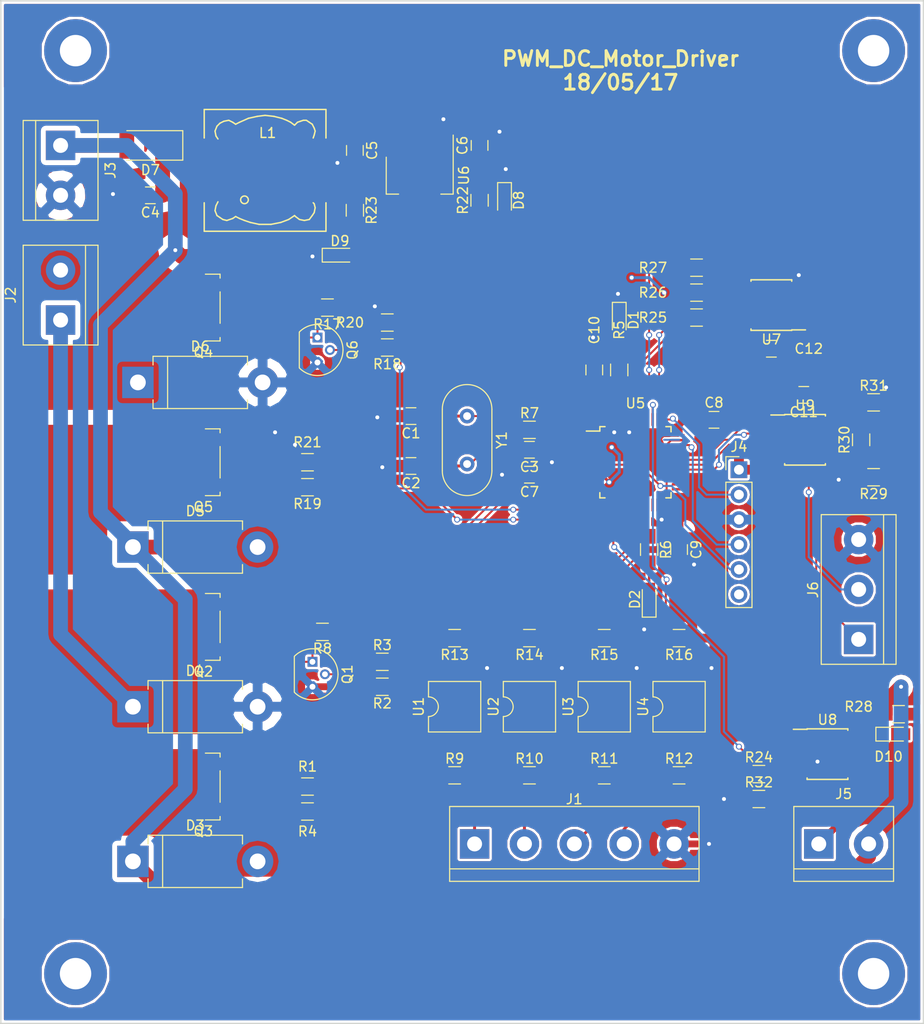
<source format=kicad_pcb>
(kicad_pcb (version 4) (host pcbnew 4.0.6)
  (layers (0 F.Cu signal hide) (31 B.Cu signal hide) (34 B.Paste user) (35 F.Paste user) (36 B.SilkS user) (37 F.SilkS user hide) (38 B.Mask user) (39 F.Mask user) (44 Edge.Cuts user))
  (net 0 "")
  (net 1 "Net-(C1-Pad1)")
  (net 2 GND)
  (net 3 "Net-(C2-Pad1)")
  (net 4 NRST)
  (net 5 "Net-(C4-Pad1)")
  (net 6 +12V)
  (net 7 +3V3)
  (net 8 "Net-(D1-Pad2)")
  (net 9 "Net-(D2-Pad2)")
  (net 10 "Net-(D3-Pad2)")
  (net 11 "Net-(D5-Pad2)")
  (net 12 "Net-(D8-Pad2)")
  (net 13 "Net-(D9-Pad2)")
  (net 14 "Net-(D10-Pad2)")
  (net 15 "Net-(D10-Pad1)")
  (net 16 "Net-(J1-Pad2)")
  (net 17 "Net-(J1-Pad3)")
  (net 18 "Net-(J1-Pad1)")
  (net 19 "Net-(J1-Pad4)")
  (net 20 SWCLK)
  (net 21 SWDIO)
  (net 22 "Net-(J4-Pad6)")
  (net 23 "Net-(J6-Pad1)")
  (net 24 "Net-(J6-Pad2)")
  (net 25 "Net-(Q1-Pad2)")
  (net 26 "Net-(Q1-Pad1)")
  (net 27 "Net-(Q3-Pad1)")
  (net 28 "Net-(Q4-Pad1)")
  (net 29 "Net-(Q5-Pad1)")
  (net 30 "Net-(Q6-Pad2)")
  (net 31 GATE2)
  (net 32 GATE1)
  (net 33 "Net-(R5-Pad1)")
  (net 34 "Net-(R6-Pad1)")
  (net 35 "Net-(R9-Pad1)")
  (net 36 "Net-(R10-Pad1)")
  (net 37 "Net-(R11-Pad1)")
  (net 38 "Net-(R12-Pad1)")
  (net 39 SENSE_TTL0)
  (net 40 SENSE_TTL1)
  (net 41 SENSE_TTL2)
  (net 42 SENSE_TTL3)
  (net 43 GATE3)
  (net 44 GATE4)
  (net 45 MAGNET)
  (net 46 "Net-(R24-Pad2)")
  (net 47 WP)
  (net 48 I2C1_SCL)
  (net 49 I2C1_SDA)
  (net 50 "Net-(U5-Pad1)")
  (net 51 "Net-(U5-Pad2)")
  (net 52 "Net-(U5-Pad3)")
  (net 53 "Net-(U5-Pad4)")
  (net 54 "Net-(U5-Pad15)")
  (net 55 "Net-(U5-Pad16)")
  (net 56 "Net-(U5-Pad17)")
  (net 57 "Net-(U5-Pad22)")
  (net 58 "Net-(U5-Pad25)")
  (net 59 "Net-(U5-Pad26)")
  (net 60 "Net-(U5-Pad27)")
  (net 61 "Net-(U5-Pad28)")
  (net 62 RT_SWITCH)
  (net 63 USART1_TX)
  (net 64 USART1_RX)
  (net 65 "Net-(U5-Pad32)")
  (net 66 "Net-(U5-Pad33)")
  (net 67 "Net-(U5-Pad38)")
  (net 68 "Net-(U5-Pad40)")
  (net 69 "Net-(U5-Pad41)")
  (net 70 +12V_IN)
  (module Connectors:bornier5 (layer F.Cu) (at 81.28 101.092)
    (fp_text reference J1 (at 10.15 -4.55) (layer F.SilkS))
    (fp_text value "Sensors input")
    (pad 2 thru_hole circle (at 5.08 0) (size 3 3) (drill 1.52) (layers *.Cu *.Mask) (net 16 "Net-(J1-Pad2)"))
    (pad 3 thru_hole circle (at 10.16 0) (size 3 3) (drill 1.52) (layers *.Cu *.Mask) (net 17 "Net-(J1-Pad3)"))
    (pad 1 thru_hole rect (at 0 0) (size 3 3) (drill 1.52) (layers *.Cu *.Mask) (net 18 "Net-(J1-Pad1)"))
    (pad 4 thru_hole circle (at 15.24 0) (size 3 3) (drill 1.52) (layers *.Cu *.Mask) (net 19 "Net-(J1-Pad4)"))
    (pad 5 thru_hole circle (at 20.32 0) (size 3 3) (drill 1.52) (layers *.Cu *.Mask) (net 2 GND))
  )
  (module Capacitors_SMD:C_0805_HandSoldering (layer F.Cu) (at 74.803 57.531 180)
    (fp_text reference C1 (at 0 -1.75 180) (layer F.SilkS))
    (fp_text value 22pF)
    (pad 1 smd rect (at -1.25 0 180) (size 1.5 1.25) (layers F.Cu F.Paste F.Mask) (net 1 "Net-(C1-Pad1)"))
    (pad 2 smd rect (at 1.25 0 180) (size 1.5 1.25) (layers F.Cu F.Paste F.Mask) (net 2 GND))
  )
  (module Capacitors_SMD:C_0805_HandSoldering (layer F.Cu) (at 74.803 62.611 180)
    (fp_text reference C2 (at 0 -1.75 180) (layer F.SilkS))
    (fp_text value 22pF)
    (pad 1 smd rect (at -1.25 0 180) (size 1.5 1.25) (layers F.Cu F.Paste F.Mask) (net 3 "Net-(C2-Pad1)"))
    (pad 2 smd rect (at 1.25 0 180) (size 1.5 1.25) (layers F.Cu F.Paste F.Mask) (net 2 GND))
  )
  (module Capacitors_SMD:C_0805_HandSoldering (layer F.Cu) (at 86.868 60.96 180)
    (fp_text reference C3 (at 0 -1.75 180) (layer F.SilkS))
    (fp_text value 100nF)
    (pad 1 smd rect (at -1.25 0 180) (size 1.5 1.25) (layers F.Cu F.Paste F.Mask) (net 4 NRST))
    (pad 2 smd rect (at 1.25 0 180) (size 1.5 1.25) (layers F.Cu F.Paste F.Mask) (net 2 GND))
  )
  (module Capacitors_SMD:C_0805_HandSoldering (layer F.Cu) (at 48.26 35.052 180)
    (fp_text reference C4 (at 0 -1.75 180) (layer F.SilkS))
    (fp_text value 10uF)
    (pad 1 smd rect (at -1.25 0 180) (size 1.5 1.25) (layers F.Cu F.Paste F.Mask) (net 5 "Net-(C4-Pad1)"))
    (pad 2 smd rect (at 1.25 0 180) (size 1.5 1.25) (layers F.Cu F.Paste F.Mask) (net 2 GND))
  )
  (module Capacitors_SMD:C_0805_HandSoldering (layer F.Cu) (at 69.088 30.48 270)
    (fp_text reference C5 (at 0 -1.75 270) (layer F.SilkS))
    (fp_text value 100nF)
    (pad 1 smd rect (at -1.25 0 270) (size 1.5 1.25) (layers F.Cu F.Paste F.Mask) (net 6 +12V))
    (pad 2 smd rect (at 1.25 0 270) (size 1.5 1.25) (layers F.Cu F.Paste F.Mask) (net 2 GND))
  )
  (module Capacitors_SMD:C_0805_HandSoldering (layer F.Cu) (at 81.788 29.972 90)
    (fp_text reference C6 (at 0 -1.75 90) (layer F.SilkS))
    (fp_text value 100nF)
    (pad 1 smd rect (at -1.25 0 90) (size 1.5 1.25) (layers F.Cu F.Paste F.Mask) (net 7 +3V3))
    (pad 2 smd rect (at 1.25 0 90) (size 1.5 1.25) (layers F.Cu F.Paste F.Mask) (net 2 GND))
  )
  (module Capacitors_SMD:C_0805_HandSoldering (layer F.Cu) (at 86.868 63.5 180)
    (fp_text reference C7 (at 0 -1.75 180) (layer F.SilkS))
    (fp_text value 100nF)
    (pad 1 smd rect (at -1.25 0 180) (size 1.5 1.25) (layers F.Cu F.Paste F.Mask) (net 7 +3V3))
    (pad 2 smd rect (at 1.25 0 180) (size 1.5 1.25) (layers F.Cu F.Paste F.Mask) (net 2 GND))
  )
  (module Capacitors_SMD:C_0805_HandSoldering (layer F.Cu) (at 105.664 57.912)
    (fp_text reference C8 (at 0 -1.75) (layer F.SilkS))
    (fp_text value 100nF)
    (pad 1 smd rect (at -1.25 0) (size 1.5 1.25) (layers F.Cu F.Paste F.Mask) (net 7 +3V3))
    (pad 2 smd rect (at 1.25 0) (size 1.5 1.25) (layers F.Cu F.Paste F.Mask) (net 2 GND))
  )
  (module Capacitors_SMD:C_0805_HandSoldering (layer F.Cu) (at 102.108 71.12 270)
    (fp_text reference C9 (at 0 -1.75 270) (layer F.SilkS))
    (fp_text value 100nF)
    (pad 1 smd rect (at -1.25 0 270) (size 1.5 1.25) (layers F.Cu F.Paste F.Mask) (net 7 +3V3))
    (pad 2 smd rect (at 1.25 0 270) (size 1.5 1.25) (layers F.Cu F.Paste F.Mask) (net 2 GND))
  )
  (module Capacitors_SMD:C_0805_HandSoldering (layer F.Cu) (at 93.472 52.832 90)
    (fp_text reference C10 (at 4.064 0 90) (layer F.SilkS))
    (fp_text value 100nF)
    (pad 1 smd rect (at -1.25 0 90) (size 1.5 1.25) (layers F.Cu F.Paste F.Mask) (net 7 +3V3))
    (pad 2 smd rect (at 1.25 0 90) (size 1.5 1.25) (layers F.Cu F.Paste F.Mask) (net 2 GND))
  )
  (module Capacitors_SMD:C_0805_HandSoldering (layer F.Cu) (at 114.808 55.372 180)
    (fp_text reference C11 (at 0 -1.75 180) (layer F.SilkS))
    (fp_text value 100nF)
    (pad 1 smd rect (at -1.25 0 180) (size 1.5 1.25) (layers F.Cu F.Paste F.Mask) (net 7 +3V3))
    (pad 2 smd rect (at 1.25 0 180) (size 1.5 1.25) (layers F.Cu F.Paste F.Mask) (net 2 GND))
  )
  (module Capacitors_SMD:C_0805_HandSoldering (layer F.Cu) (at 111.506 50.673)
    (fp_text reference C12 (at 3.81 0) (layer F.SilkS))
    (fp_text value 100nF)
    (pad 1 smd rect (at -1.25 0) (size 1.5 1.25) (layers F.Cu F.Paste F.Mask) (net 7 +3V3))
    (pad 2 smd rect (at 1.25 0) (size 1.5 1.25) (layers F.Cu F.Paste F.Mask) (net 2 GND))
  )
  (module LEDs:LED_0805 (layer F.Cu) (at 96.012 47.752 270)
    (fp_text reference D1 (at 0 -1.45 270) (layer F.SilkS))
    (fp_text value LED)
    (pad 2 smd rect (at 1.1 0 90) (size 1.2 1.2) (layers F.Cu F.Paste F.Mask) (net 8 "Net-(D1-Pad2)"))
    (pad 1 smd rect (at -1.1 0 90) (size 1.2 1.2) (layers F.Cu F.Paste F.Mask) (net 2 GND))
  )
  (module LEDs:LED_0805 (layer F.Cu) (at 99.06 76.2 90)
    (fp_text reference D2 (at 0 -1.45 90) (layer F.SilkS))
    (fp_text value LED)
    (pad 2 smd rect (at 1.1 0 270) (size 1.2 1.2) (layers F.Cu F.Paste F.Mask) (net 9 "Net-(D2-Pad2)"))
    (pad 1 smd rect (at -1.1 0 270) (size 1.2 1.2) (layers F.Cu F.Paste F.Mask) (net 2 GND))
  )
  (module Diodes_THT:D_DO-201AD_P12.70mm_Horizontal (layer F.Cu) (at 46.482 102.87)
    (fp_text reference D3 (at 6.35 -3.66) (layer F.SilkS))
    (fp_text value 1N5402)
    (pad 1 thru_hole rect (at 0 0) (size 3.2 3.2) (drill 1.6) (layers *.Cu *.Mask) (net 70 +12V_IN))
    (pad 2 thru_hole oval (at 12.7 0) (size 3.2 3.2) (drill 1.6) (layers *.Cu *.Mask) (net 10 "Net-(D3-Pad2)"))
  )
  (module Diodes_THT:D_DO-201AD_P12.70mm_Horizontal (layer F.Cu) (at 46.482 87.122)
    (fp_text reference D4 (at 6.35 -3.66) (layer F.SilkS))
    (fp_text value 1N5402)
    (pad 1 thru_hole rect (at 0 0) (size 3.2 3.2) (drill 1.6) (layers *.Cu *.Mask) (net 10 "Net-(D3-Pad2)"))
    (pad 2 thru_hole oval (at 12.7 0) (size 3.2 3.2) (drill 1.6) (layers *.Cu *.Mask) (net 2 GND))
  )
  (module Diodes_THT:D_DO-201AD_P12.70mm_Horizontal (layer F.Cu) (at 46.482 70.866)
    (fp_text reference D5 (at 6.35 -3.66) (layer F.SilkS))
    (fp_text value 1N5402)
    (pad 1 thru_hole rect (at 0 0) (size 3.2 3.2) (drill 1.6) (layers *.Cu *.Mask) (net 70 +12V_IN))
    (pad 2 thru_hole oval (at 12.7 0) (size 3.2 3.2) (drill 1.6) (layers *.Cu *.Mask) (net 11 "Net-(D5-Pad2)"))
  )
  (module Diodes_THT:D_DO-201AD_P12.70mm_Horizontal (layer F.Cu) (at 46.99 54.102)
    (fp_text reference D6 (at 6.35 -3.66) (layer F.SilkS))
    (fp_text value 1N5402)
    (pad 1 thru_hole rect (at 0 0) (size 3.2 3.2) (drill 1.6) (layers *.Cu *.Mask) (net 11 "Net-(D5-Pad2)"))
    (pad 2 thru_hole oval (at 12.7 0) (size 3.2 3.2) (drill 1.6) (layers *.Cu *.Mask) (net 2 GND))
  )
  (module Diodes_SMD:D_MELF (layer F.Cu) (at 48.26 29.972 180)
    (fp_text reference D7 (at 0 -2.5 180) (layer F.SilkS))
    (fp_text value SM4007)
    (pad 1 smd rect (at -2.4 0 180) (size 1.5 2.7) (layers F.Cu F.Paste F.Mask) (net 5 "Net-(C4-Pad1)"))
    (pad 2 smd rect (at 2.4 0 180) (size 1.5 2.7) (layers F.Cu F.Paste F.Mask) (net 70 +12V_IN))
  )
  (module LEDs:LED_0805 (layer F.Cu) (at 84.328 35.56 270)
    (fp_text reference D8 (at 0 -1.45 270) (layer F.SilkS))
    (fp_text value LED)
    (pad 2 smd rect (at 1.1 0 90) (size 1.2 1.2) (layers F.Cu F.Paste F.Mask) (net 12 "Net-(D8-Pad2)"))
    (pad 1 smd rect (at -1.1 0 90) (size 1.2 1.2) (layers F.Cu F.Paste F.Mask) (net 2 GND))
  )
  (module LEDs:LED_0805 (layer F.Cu) (at 67.564 41.148)
    (fp_text reference D9 (at 0 -1.45) (layer F.SilkS))
    (fp_text value LED)
    (pad 2 smd rect (at 1.1 0 180) (size 1.2 1.2) (layers F.Cu F.Paste F.Mask) (net 13 "Net-(D9-Pad2)"))
    (pad 1 smd rect (at -1.1 0 180) (size 1.2 1.2) (layers F.Cu F.Paste F.Mask) (net 2 GND))
  )
  (module LEDs:LED_0805 (layer F.Cu) (at 123.952 89.916)
    (fp_text reference D10 (at -0.508 2.286) (layer F.SilkS))
    (fp_text value LED)
    (pad 2 smd rect (at 1.1 0 180) (size 1.2 1.2) (layers F.Cu F.Paste F.Mask) (net 14 "Net-(D10-Pad2)"))
    (pad 1 smd rect (at -1.1 0 180) (size 1.2 1.2) (layers F.Cu F.Paste F.Mask) (net 15 "Net-(D10-Pad1)"))
  )
  (module Connectors:bornier2 (layer F.Cu) (at 39.116 47.752 90)
    (fp_text reference J2 (at 2.54 -5.08 90) (layer F.SilkS))
    (fp_text value Motor)
    (pad 1 thru_hole rect (at 0 0 90) (size 3 3) (drill 1.52) (layers *.Cu *.Mask) (net 10 "Net-(D3-Pad2)"))
    (pad 2 thru_hole circle (at 5.08 0 90) (size 3 3) (drill 1.52) (layers *.Cu *.Mask) (net 11 "Net-(D5-Pad2)"))
  )
  (module Connectors:bornier2 (layer F.Cu) (at 39.116 29.972 270)
    (fp_text reference J3 (at 2.54 -5.08 270) (layer F.SilkS))
    (fp_text value Power)
    (pad 1 thru_hole rect (at 0 0 270) (size 3 3) (drill 1.52) (layers *.Cu *.Mask) (net 70 +12V_IN))
    (pad 2 thru_hole circle (at 5.08 0 270) (size 3 3) (drill 1.52) (layers *.Cu *.Mask) (net 2 GND))
  )
  (module Pin_Headers:Pin_Header_Straight_1x06_Pitch2.54mm (layer F.Cu) (at 108.204 62.992)
    (fp_text reference J4 (at 0 -2.33) (layer F.SilkS))
    (fp_text value SWD)
    (pad 1 thru_hole rect (at 0 0) (size 1.7 1.7) (drill 1) (layers *.Cu *.Mask) (net 7 +3V3))
    (pad 2 thru_hole oval (at 0 2.54) (size 1.7 1.7) (drill 1) (layers *.Cu *.Mask) (net 20 SWCLK))
    (pad 3 thru_hole oval (at 0 5.08) (size 1.7 1.7) (drill 1) (layers *.Cu *.Mask) (net 2 GND))
    (pad 4 thru_hole oval (at 0 7.62) (size 1.7 1.7) (drill 1) (layers *.Cu *.Mask) (net 21 SWDIO))
    (pad 5 thru_hole oval (at 0 10.16) (size 1.7 1.7) (drill 1) (layers *.Cu *.Mask) (net 4 NRST))
    (pad 6 thru_hole oval (at 0 12.7) (size 1.7 1.7) (drill 1) (layers *.Cu *.Mask) (net 22 "Net-(J4-Pad6)"))
  )
  (module Connectors:bornier2 (layer F.Cu) (at 116.332 101.092)
    (fp_text reference J5 (at 2.54 -5.08) (layer F.SilkS))
    (fp_text value Magnet)
    (pad 1 thru_hole rect (at 0 0) (size 3 3) (drill 1.52) (layers *.Cu *.Mask) (net 15 "Net-(D10-Pad1)"))
    (pad 2 thru_hole circle (at 5.08 0) (size 3 3) (drill 1.52) (layers *.Cu *.Mask) (net 70 +12V_IN))
  )
  (module Connectors:bornier3 (layer F.Cu) (at 120.396 80.264 90)
    (fp_text reference J6 (at 5.05 -4.65 90) (layer F.SilkS))
    (fp_text value RS-485)
    (pad 1 thru_hole rect (at 0 0 90) (size 3 3) (drill 1.52) (layers *.Cu *.Mask) (net 23 "Net-(J6-Pad1)"))
    (pad 2 thru_hole circle (at 5.08 0 90) (size 3 3) (drill 1.52) (layers *.Cu *.Mask) (net 24 "Net-(J6-Pad2)"))
    (pad 3 thru_hole circle (at 10.16 0 90) (size 3 3) (drill 1.52) (layers *.Cu *.Mask) (net 2 GND))
  )
  (module Choke_SMD:Choke_SMD_12x12mm_h6mm (layer F.Cu) (at 59.944 32.512)
    (fp_text reference L1 (at 0.254 -3.81) (layer F.SilkS))
    (fp_text value 220uH)
    (pad 1 smd rect (at -4.95046 0) (size 2.90068 5.40004) (layers F.Cu F.Paste F.Mask) (net 5 "Net-(C4-Pad1)"))
    (pad 2 smd rect (at 4.95046 0) (size 2.90068 5.40004) (layers F.Cu F.Paste F.Mask) (net 6 +12V))
  )
  (module TO_SOT_Packages_THT:TO-92_Molded_Narrow (layer F.Cu) (at 64.77 82.55 270)
    (fp_text reference Q1 (at 1.27 -3.56 270) (layer F.SilkS))
    (fp_text value BS170)
    (pad 2 thru_hole circle (at 1.27 -1.27) (size 1 1) (drill 0.6) (layers *.Cu *.Mask) (net 25 "Net-(Q1-Pad2)"))
    (pad 3 thru_hole circle (at 2.54 0) (size 1 1) (drill 0.6) (layers *.Cu *.Mask) (net 2 GND))
    (pad 1 thru_hole rect (at 0 0) (size 1 1) (drill 0.6) (layers *.Cu *.Mask) (net 26 "Net-(Q1-Pad1)"))
  )
  (module TO_SOT_Packages_SMD:TO-252-2_Rectifier (layer F.Cu) (at 53.086 78.994 180)
    (fp_text reference Q2 (at -0.575 -4.55 180) (layer F.SilkS))
    (fp_text value IRFR5305)
    (pad 1 smd rect (at -4.575 -2.3 90) (size 2 3.5) (layers F.Cu F.Paste F.Mask) (net 26 "Net-(Q1-Pad1)"))
    (pad 3 smd rect (at -4.575 2.28 90) (size 2 3.5) (layers F.Cu F.Paste F.Mask) (net 70 +12V_IN))
    (pad 2 smd rect (at 2.825 0 90) (size 7 7) (layers F.Cu F.Paste F.Mask) (net 10 "Net-(D3-Pad2)"))
  )
  (module TO_SOT_Packages_SMD:TO-252-2_Rectifier (layer F.Cu) (at 53.086 95.25 180)
    (fp_text reference Q3 (at -0.575 -4.55 180) (layer F.SilkS))
    (fp_text value IRLR2905)
    (pad 1 smd rect (at -4.575 -2.3 90) (size 2 3.5) (layers F.Cu F.Paste F.Mask) (net 27 "Net-(Q3-Pad1)"))
    (pad 3 smd rect (at -4.575 2.28 90) (size 2 3.5) (layers F.Cu F.Paste F.Mask) (net 2 GND))
    (pad 2 smd rect (at 2.825 0 90) (size 7 7) (layers F.Cu F.Paste F.Mask) (net 10 "Net-(D3-Pad2)"))
  )
  (module TO_SOT_Packages_SMD:TO-252-2_Rectifier (layer F.Cu) (at 53.086 46.482 180)
    (fp_text reference Q4 (at -0.575 -4.55 180) (layer F.SilkS))
    (fp_text value IRFR5305)
    (pad 1 smd rect (at -4.575 -2.3 90) (size 2 3.5) (layers F.Cu F.Paste F.Mask) (net 28 "Net-(Q4-Pad1)"))
    (pad 3 smd rect (at -4.575 2.28 90) (size 2 3.5) (layers F.Cu F.Paste F.Mask) (net 70 +12V_IN))
    (pad 2 smd rect (at 2.825 0 90) (size 7 7) (layers F.Cu F.Paste F.Mask) (net 11 "Net-(D5-Pad2)"))
  )
  (module TO_SOT_Packages_SMD:TO-252-2_Rectifier (layer F.Cu) (at 53.086 62.23 180)
    (fp_text reference Q5 (at -0.575 -4.55 180) (layer F.SilkS))
    (fp_text value IRLR2905)
    (pad 1 smd rect (at -4.575 -2.3 90) (size 2 3.5) (layers F.Cu F.Paste F.Mask) (net 29 "Net-(Q5-Pad1)"))
    (pad 3 smd rect (at -4.575 2.28 90) (size 2 3.5) (layers F.Cu F.Paste F.Mask) (net 2 GND))
    (pad 2 smd rect (at 2.825 0 90) (size 7 7) (layers F.Cu F.Paste F.Mask) (net 11 "Net-(D5-Pad2)"))
  )
  (module TO_SOT_Packages_THT:TO-92_Molded_Narrow (layer F.Cu) (at 65.278 49.53 270)
    (fp_text reference Q6 (at 1.27 -3.56 270) (layer F.SilkS))
    (fp_text value BS170)
    (pad 2 thru_hole circle (at 1.27 -1.27) (size 1 1) (drill 0.6) (layers *.Cu *.Mask) (net 30 "Net-(Q6-Pad2)"))
    (pad 3 thru_hole circle (at 2.54 0) (size 1 1) (drill 0.6) (layers *.Cu *.Mask) (net 2 GND))
    (pad 1 thru_hole rect (at 0 0) (size 1 1) (drill 0.6) (layers *.Cu *.Mask) (net 28 "Net-(Q4-Pad1)"))
  )
  (module Resistors_SMD:R_0805_HandSoldering (layer F.Cu) (at 64.262 95.25 180)
    (fp_text reference R1 (at 0 2.032 180) (layer F.SilkS))
    (fp_text value 10K)
    (pad 1 smd rect (at -1.35 0 180) (size 1.5 1.3) (layers F.Cu F.Paste F.Mask) (net 31 GATE2))
    (pad 2 smd rect (at 1.35 0 180) (size 1.5 1.3) (layers F.Cu F.Paste F.Mask) (net 2 GND))
  )
  (module Resistors_SMD:R_0805_HandSoldering (layer F.Cu) (at 71.882 85.09 180)
    (fp_text reference R2 (at 0 -1.7 180) (layer F.SilkS))
    (fp_text value 10K)
    (pad 1 smd rect (at -1.35 0 180) (size 1.5 1.3) (layers F.Cu F.Paste F.Mask) (net 32 GATE1))
    (pad 2 smd rect (at 1.35 0 180) (size 1.5 1.3) (layers F.Cu F.Paste F.Mask) (net 2 GND))
  )
  (module Resistors_SMD:R_0805_HandSoldering (layer F.Cu) (at 71.882 82.55)
    (fp_text reference R3 (at 0 -1.7) (layer F.SilkS))
    (fp_text value 100)
    (pad 1 smd rect (at -1.35 0) (size 1.5 1.3) (layers F.Cu F.Paste F.Mask) (net 25 "Net-(Q1-Pad2)"))
    (pad 2 smd rect (at 1.35 0) (size 1.5 1.3) (layers F.Cu F.Paste F.Mask) (net 32 GATE1))
  )
  (module Resistors_SMD:R_0805_HandSoldering (layer F.Cu) (at 64.262 97.79)
    (fp_text reference R4 (at 0 2.032) (layer F.SilkS))
    (fp_text value 100)
    (pad 1 smd rect (at -1.35 0) (size 1.5 1.3) (layers F.Cu F.Paste F.Mask) (net 27 "Net-(Q3-Pad1)"))
    (pad 2 smd rect (at 1.35 0) (size 1.5 1.3) (layers F.Cu F.Paste F.Mask) (net 31 GATE2))
  )
  (module Resistors_SMD:R_0805_HandSoldering (layer F.Cu) (at 96.012 52.832 90)
    (fp_text reference R5 (at 4.064 0 90) (layer F.SilkS))
    (fp_text value 330)
    (pad 1 smd rect (at -1.35 0 90) (size 1.5 1.3) (layers F.Cu F.Paste F.Mask) (net 33 "Net-(R5-Pad1)"))
    (pad 2 smd rect (at 1.35 0 90) (size 1.5 1.3) (layers F.Cu F.Paste F.Mask) (net 8 "Net-(D1-Pad2)"))
  )
  (module Resistors_SMD:R_0805_HandSoldering (layer F.Cu) (at 99.06 71.12 270)
    (fp_text reference R6 (at 0 -1.7 270) (layer F.SilkS))
    (fp_text value 330)
    (pad 1 smd rect (at -1.35 0 270) (size 1.5 1.3) (layers F.Cu F.Paste F.Mask) (net 34 "Net-(R6-Pad1)"))
    (pad 2 smd rect (at 1.35 0 270) (size 1.5 1.3) (layers F.Cu F.Paste F.Mask) (net 9 "Net-(D2-Pad2)"))
  )
  (module Resistors_SMD:R_0805_HandSoldering (layer F.Cu) (at 86.868 58.928)
    (fp_text reference R7 (at 0 -1.7) (layer F.SilkS))
    (fp_text value 10K)
    (pad 1 smd rect (at -1.35 0) (size 1.5 1.3) (layers F.Cu F.Paste F.Mask) (net 7 +3V3))
    (pad 2 smd rect (at 1.35 0) (size 1.5 1.3) (layers F.Cu F.Paste F.Mask) (net 4 NRST))
  )
  (module Resistors_SMD:R_0805_HandSoldering (layer F.Cu) (at 65.786 79.502 180)
    (fp_text reference R8 (at 0 -1.7 180) (layer F.SilkS))
    (fp_text value 2K2)
    (pad 1 smd rect (at -1.35 0 180) (size 1.5 1.3) (layers F.Cu F.Paste F.Mask) (net 70 +12V_IN))
    (pad 2 smd rect (at 1.35 0 180) (size 1.5 1.3) (layers F.Cu F.Paste F.Mask) (net 26 "Net-(Q1-Pad1)"))
  )
  (module Resistors_SMD:R_0805_HandSoldering (layer F.Cu) (at 79.248 94.107)
    (fp_text reference R9 (at 0 -1.7) (layer F.SilkS))
    (fp_text value 1K2)
    (pad 1 smd rect (at -1.35 0) (size 1.5 1.3) (layers F.Cu F.Paste F.Mask) (net 35 "Net-(R9-Pad1)"))
    (pad 2 smd rect (at 1.35 0) (size 1.5 1.3) (layers F.Cu F.Paste F.Mask) (net 18 "Net-(J1-Pad1)"))
  )
  (module Resistors_SMD:R_0805_HandSoldering (layer F.Cu) (at 86.868 94.107)
    (fp_text reference R10 (at 0 -1.7) (layer F.SilkS))
    (fp_text value 1K2)
    (pad 1 smd rect (at -1.35 0) (size 1.5 1.3) (layers F.Cu F.Paste F.Mask) (net 36 "Net-(R10-Pad1)"))
    (pad 2 smd rect (at 1.35 0) (size 1.5 1.3) (layers F.Cu F.Paste F.Mask) (net 16 "Net-(J1-Pad2)"))
  )
  (module Resistors_SMD:R_0805_HandSoldering (layer F.Cu) (at 94.488 94.107)
    (fp_text reference R11 (at 0 -1.7) (layer F.SilkS))
    (fp_text value 1K2)
    (pad 1 smd rect (at -1.35 0) (size 1.5 1.3) (layers F.Cu F.Paste F.Mask) (net 37 "Net-(R11-Pad1)"))
    (pad 2 smd rect (at 1.35 0) (size 1.5 1.3) (layers F.Cu F.Paste F.Mask) (net 17 "Net-(J1-Pad3)"))
  )
  (module Resistors_SMD:R_0805_HandSoldering (layer F.Cu) (at 102.108 94.107)
    (fp_text reference R12 (at 0 -1.7) (layer F.SilkS))
    (fp_text value 1K2)
    (pad 1 smd rect (at -1.35 0) (size 1.5 1.3) (layers F.Cu F.Paste F.Mask) (net 38 "Net-(R12-Pad1)"))
    (pad 2 smd rect (at 1.35 0) (size 1.5 1.3) (layers F.Cu F.Paste F.Mask) (net 19 "Net-(J1-Pad4)"))
  )
  (module Resistors_SMD:R_0805_HandSoldering (layer F.Cu) (at 79.248 80.137 180)
    (fp_text reference R13 (at 0 -1.7 180) (layer F.SilkS))
    (fp_text value 4K7)
    (pad 1 smd rect (at -1.35 0 180) (size 1.5 1.3) (layers F.Cu F.Paste F.Mask) (net 7 +3V3))
    (pad 2 smd rect (at 1.35 0 180) (size 1.5 1.3) (layers F.Cu F.Paste F.Mask) (net 39 SENSE_TTL0))
  )
  (module Resistors_SMD:R_0805_HandSoldering (layer F.Cu) (at 86.868 80.137 180)
    (fp_text reference R14 (at 0 -1.7 180) (layer F.SilkS))
    (fp_text value 4K7)
    (pad 1 smd rect (at -1.35 0 180) (size 1.5 1.3) (layers F.Cu F.Paste F.Mask) (net 7 +3V3))
    (pad 2 smd rect (at 1.35 0 180) (size 1.5 1.3) (layers F.Cu F.Paste F.Mask) (net 40 SENSE_TTL1))
  )
  (module Resistors_SMD:R_0805_HandSoldering (layer F.Cu) (at 94.488 80.137 180)
    (fp_text reference R15 (at 0 -1.7 180) (layer F.SilkS))
    (fp_text value 4K7)
    (pad 1 smd rect (at -1.35 0 180) (size 1.5 1.3) (layers F.Cu F.Paste F.Mask) (net 7 +3V3))
    (pad 2 smd rect (at 1.35 0 180) (size 1.5 1.3) (layers F.Cu F.Paste F.Mask) (net 41 SENSE_TTL2))
  )
  (module Resistors_SMD:R_0805_HandSoldering (layer F.Cu) (at 102.108 80.137 180)
    (fp_text reference R16 (at 0 -1.7 180) (layer F.SilkS))
    (fp_text value 4K7)
    (pad 1 smd rect (at -1.35 0 180) (size 1.5 1.3) (layers F.Cu F.Paste F.Mask) (net 7 +3V3))
    (pad 2 smd rect (at 1.35 0 180) (size 1.5 1.3) (layers F.Cu F.Paste F.Mask) (net 42 SENSE_TTL3))
  )
  (module Resistors_SMD:R_0805_HandSoldering (layer F.Cu) (at 66.294 46.482 180)
    (fp_text reference R17 (at 0 -1.7 180) (layer F.SilkS))
    (fp_text value 2K2)
    (pad 1 smd rect (at -1.35 0 180) (size 1.5 1.3) (layers F.Cu F.Paste F.Mask) (net 70 +12V_IN))
    (pad 2 smd rect (at 1.35 0 180) (size 1.5 1.3) (layers F.Cu F.Paste F.Mask) (net 28 "Net-(Q4-Pad1)"))
  )
  (module Resistors_SMD:R_0805_HandSoldering (layer F.Cu) (at 72.39 50.546 180)
    (fp_text reference R18 (at 0 -1.7 180) (layer F.SilkS))
    (fp_text value 100)
    (pad 1 smd rect (at -1.35 0 180) (size 1.5 1.3) (layers F.Cu F.Paste F.Mask) (net 43 GATE3))
    (pad 2 smd rect (at 1.35 0 180) (size 1.5 1.3) (layers F.Cu F.Paste F.Mask) (net 30 "Net-(Q6-Pad2)"))
  )
  (module Resistors_SMD:R_0805_HandSoldering (layer F.Cu) (at 64.262 64.77 180)
    (fp_text reference R19 (at 0 -1.7 180) (layer F.SilkS))
    (fp_text value 100)
    (pad 1 smd rect (at -1.35 0 180) (size 1.5 1.3) (layers F.Cu F.Paste F.Mask) (net 44 GATE4))
    (pad 2 smd rect (at 1.35 0 180) (size 1.5 1.3) (layers F.Cu F.Paste F.Mask) (net 29 "Net-(Q5-Pad1)"))
  )
  (module Resistors_SMD:R_0805_HandSoldering (layer F.Cu) (at 72.39 48.006 180)
    (fp_text reference R20 (at 3.81 0 180) (layer F.SilkS))
    (fp_text value 10K)
    (pad 1 smd rect (at -1.35 0 180) (size 1.5 1.3) (layers F.Cu F.Paste F.Mask) (net 43 GATE3))
    (pad 2 smd rect (at 1.35 0 180) (size 1.5 1.3) (layers F.Cu F.Paste F.Mask) (net 2 GND))
  )
  (module Resistors_SMD:R_0805_HandSoldering (layer F.Cu) (at 64.262 62.23 180)
    (fp_text reference R21 (at 0 2.032 180) (layer F.SilkS))
    (fp_text value 10K)
    (pad 1 smd rect (at -1.35 0 180) (size 1.5 1.3) (layers F.Cu F.Paste F.Mask) (net 44 GATE4))
    (pad 2 smd rect (at 1.35 0 180) (size 1.5 1.3) (layers F.Cu F.Paste F.Mask) (net 2 GND))
  )
  (module Resistors_SMD:R_0805_HandSoldering (layer F.Cu) (at 81.788 35.56 90)
    (fp_text reference R22 (at 0 -1.7 90) (layer F.SilkS))
    (fp_text value 330)
    (pad 1 smd rect (at -1.35 0 90) (size 1.5 1.3) (layers F.Cu F.Paste F.Mask) (net 12 "Net-(D8-Pad2)"))
    (pad 2 smd rect (at 1.35 0 90) (size 1.5 1.3) (layers F.Cu F.Paste F.Mask) (net 7 +3V3))
  )
  (module Resistors_SMD:R_0805_HandSoldering (layer F.Cu) (at 69.088 36.576 270)
    (fp_text reference R23 (at 0 -1.7 270) (layer F.SilkS))
    (fp_text value 1K2)
    (pad 1 smd rect (at -1.35 0 270) (size 1.5 1.3) (layers F.Cu F.Paste F.Mask) (net 6 +12V))
    (pad 2 smd rect (at 1.35 0 270) (size 1.5 1.3) (layers F.Cu F.Paste F.Mask) (net 13 "Net-(D9-Pad2)"))
  )
  (module Resistors_SMD:R_0805_HandSoldering (layer F.Cu) (at 110.236 93.98)
    (fp_text reference R24 (at 0 -1.7) (layer F.SilkS))
    (fp_text value 470)
    (pad 1 smd rect (at -1.35 0) (size 1.5 1.3) (layers F.Cu F.Paste F.Mask) (net 45 MAGNET))
    (pad 2 smd rect (at 1.35 0) (size 1.5 1.3) (layers F.Cu F.Paste F.Mask) (net 46 "Net-(R24-Pad2)"))
  )
  (module Resistors_SMD:R_0805_HandSoldering (layer F.Cu) (at 103.886 47.498)
    (fp_text reference R25 (at -4.445 0) (layer F.SilkS))
    (fp_text value 4K7)
    (pad 1 smd rect (at -1.35 0) (size 1.5 1.3) (layers F.Cu F.Paste F.Mask) (net 7 +3V3))
    (pad 2 smd rect (at 1.35 0) (size 1.5 1.3) (layers F.Cu F.Paste F.Mask) (net 47 WP))
  )
  (module Resistors_SMD:R_0805_HandSoldering (layer F.Cu) (at 103.886 44.958)
    (fp_text reference R26 (at -4.445 0) (layer F.SilkS))
    (fp_text value 4K7)
    (pad 1 smd rect (at -1.35 0) (size 1.5 1.3) (layers F.Cu F.Paste F.Mask) (net 7 +3V3))
    (pad 2 smd rect (at 1.35 0) (size 1.5 1.3) (layers F.Cu F.Paste F.Mask) (net 48 I2C1_SCL))
  )
  (module Resistors_SMD:R_0805_HandSoldering (layer F.Cu) (at 103.886 42.418)
    (fp_text reference R27 (at -4.445 0) (layer F.SilkS))
    (fp_text value 4K7)
    (pad 1 smd rect (at -1.35 0) (size 1.5 1.3) (layers F.Cu F.Paste F.Mask) (net 7 +3V3))
    (pad 2 smd rect (at 1.35 0) (size 1.5 1.3) (layers F.Cu F.Paste F.Mask) (net 49 I2C1_SDA))
  )
  (module Resistors_SMD:R_0805_HandSoldering (layer F.Cu) (at 124.46 87.884)
    (fp_text reference R28 (at -4.064 -0.762) (layer F.SilkS))
    (fp_text value 1K2)
    (pad 1 smd rect (at -1.35 0) (size 1.5 1.3) (layers F.Cu F.Paste F.Mask) (net 70 +12V_IN))
    (pad 2 smd rect (at 1.35 0) (size 1.5 1.3) (layers F.Cu F.Paste F.Mask) (net 14 "Net-(D10-Pad2)"))
  )
  (module Resistors_SMD:R_0805_HandSoldering (layer F.Cu) (at 121.92 63.754 180)
    (fp_text reference R29 (at 0 -1.7 180) (layer F.SilkS))
    (fp_text value 1K5)
    (pad 1 smd rect (at -1.35 0 180) (size 1.5 1.3) (layers F.Cu F.Paste F.Mask) (net 7 +3V3))
    (pad 2 smd rect (at 1.35 0 180) (size 1.5 1.3) (layers F.Cu F.Paste F.Mask) (net 23 "Net-(J6-Pad1)"))
  )
  (module Resistors_SMD:R_0805_HandSoldering (layer F.Cu) (at 120.65 59.944 90)
    (fp_text reference R30 (at 0 -1.7 90) (layer F.SilkS))
    (fp_text value 120)
    (pad 1 smd rect (at -1.35 0 90) (size 1.5 1.3) (layers F.Cu F.Paste F.Mask) (net 23 "Net-(J6-Pad1)"))
    (pad 2 smd rect (at 1.35 0 90) (size 1.5 1.3) (layers F.Cu F.Paste F.Mask) (net 24 "Net-(J6-Pad2)"))
  )
  (module Resistors_SMD:R_0805_HandSoldering (layer F.Cu) (at 121.92 56.134)
    (fp_text reference R31 (at 0 -1.7) (layer F.SilkS))
    (fp_text value 1K5)
    (pad 1 smd rect (at -1.35 0) (size 1.5 1.3) (layers F.Cu F.Paste F.Mask) (net 24 "Net-(J6-Pad2)"))
    (pad 2 smd rect (at 1.35 0) (size 1.5 1.3) (layers F.Cu F.Paste F.Mask) (net 2 GND))
  )
  (module Resistors_SMD:R_0805_HandSoldering (layer F.Cu) (at 110.236 96.52)
    (fp_text reference R32 (at 0 -1.7) (layer F.SilkS))
    (fp_text value 10K)
    (pad 1 smd rect (at -1.35 0) (size 1.5 1.3) (layers F.Cu F.Paste F.Mask) (net 2 GND))
    (pad 2 smd rect (at 1.35 0) (size 1.5 1.3) (layers F.Cu F.Paste F.Mask) (net 46 "Net-(R24-Pad2)"))
  )
  (module Housings_DIP:DIP-4_W7.62mm_SMD (layer F.Cu) (at 79.248 87.122 90)
    (fp_text reference U1 (at 0 -3.66 90) (layer F.SilkS))
    (fp_text value PC817)
    (pad 1 smd rect (at -3.81 -1.27 90) (size 2 1.78) (layers F.Cu F.Paste F.Mask) (net 35 "Net-(R9-Pad1)"))
    (pad 3 smd rect (at 3.81 1.27 90) (size 2 1.78) (layers F.Cu F.Paste F.Mask) (net 2 GND))
    (pad 2 smd rect (at -3.81 1.27 90) (size 2 1.78) (layers F.Cu F.Paste F.Mask) (net 2 GND))
    (pad 4 smd rect (at 3.81 -1.27 90) (size 2 1.78) (layers F.Cu F.Paste F.Mask) (net 39 SENSE_TTL0))
  )
  (module Housings_DIP:DIP-4_W7.62mm_SMD (layer F.Cu) (at 86.868 87.122 90)
    (fp_text reference U2 (at 0 -3.66 90) (layer F.SilkS))
    (fp_text value PC817)
    (pad 1 smd rect (at -3.81 -1.27 90) (size 2 1.78) (layers F.Cu F.Paste F.Mask) (net 36 "Net-(R10-Pad1)"))
    (pad 3 smd rect (at 3.81 1.27 90) (size 2 1.78) (layers F.Cu F.Paste F.Mask) (net 2 GND))
    (pad 2 smd rect (at -3.81 1.27 90) (size 2 1.78) (layers F.Cu F.Paste F.Mask) (net 2 GND))
    (pad 4 smd rect (at 3.81 -1.27 90) (size 2 1.78) (layers F.Cu F.Paste F.Mask) (net 40 SENSE_TTL1))
  )
  (module Housings_DIP:DIP-4_W7.62mm_SMD (layer F.Cu) (at 94.488 87.122 90)
    (fp_text reference U3 (at 0 -3.66 90) (layer F.SilkS))
    (fp_text value PC817)
    (pad 1 smd rect (at -3.81 -1.27 90) (size 2 1.78) (layers F.Cu F.Paste F.Mask) (net 37 "Net-(R11-Pad1)"))
    (pad 3 smd rect (at 3.81 1.27 90) (size 2 1.78) (layers F.Cu F.Paste F.Mask) (net 2 GND))
    (pad 2 smd rect (at -3.81 1.27 90) (size 2 1.78) (layers F.Cu F.Paste F.Mask) (net 2 GND))
    (pad 4 smd rect (at 3.81 -1.27 90) (size 2 1.78) (layers F.Cu F.Paste F.Mask) (net 41 SENSE_TTL2))
  )
  (module Housings_DIP:DIP-4_W7.62mm_SMD (layer F.Cu) (at 102.108 87.122 90)
    (fp_text reference U4 (at 0 -3.66 90) (layer F.SilkS))
    (fp_text value PC817)
    (pad 1 smd rect (at -3.81 -1.27 90) (size 2 1.78) (layers F.Cu F.Paste F.Mask) (net 38 "Net-(R12-Pad1)"))
    (pad 3 smd rect (at 3.81 1.27 90) (size 2 1.78) (layers F.Cu F.Paste F.Mask) (net 2 GND))
    (pad 2 smd rect (at -3.81 1.27 90) (size 2 1.78) (layers F.Cu F.Paste F.Mask) (net 2 GND))
    (pad 4 smd rect (at 3.81 -1.27 90) (size 2 1.78) (layers F.Cu F.Paste F.Mask) (net 42 SENSE_TTL3))
  )
  (module Housings_QFP:LQFP-48_7x7mm_Pitch0.5mm (layer F.Cu) (at 97.663 62.23)
    (fp_text reference U5 (at 0 -6) (layer F.SilkS))
    (fp_text value STM32F103C8Tx)
    (pad 1 smd rect (at -4.35 -2.75) (size 1.3 0.25) (layers F.Cu F.Paste F.Mask) (net 50 "Net-(U5-Pad1)"))
    (pad 2 smd rect (at -4.35 -2.25) (size 1.3 0.25) (layers F.Cu F.Paste F.Mask) (net 51 "Net-(U5-Pad2)"))
    (pad 3 smd rect (at -4.35 -1.75) (size 1.3 0.25) (layers F.Cu F.Paste F.Mask) (net 52 "Net-(U5-Pad3)"))
    (pad 4 smd rect (at -4.35 -1.25) (size 1.3 0.25) (layers F.Cu F.Paste F.Mask) (net 53 "Net-(U5-Pad4)"))
    (pad 5 smd rect (at -4.35 -0.75) (size 1.3 0.25) (layers F.Cu F.Paste F.Mask) (net 1 "Net-(C1-Pad1)"))
    (pad 6 smd rect (at -4.35 -0.25) (size 1.3 0.25) (layers F.Cu F.Paste F.Mask) (net 3 "Net-(C2-Pad1)"))
    (pad 7 smd rect (at -4.35 0.25) (size 1.3 0.25) (layers F.Cu F.Paste F.Mask) (net 4 NRST))
    (pad 8 smd rect (at -4.35 0.75) (size 1.3 0.25) (layers F.Cu F.Paste F.Mask) (net 2 GND))
    (pad 9 smd rect (at -4.35 1.25) (size 1.3 0.25) (layers F.Cu F.Paste F.Mask) (net 7 +3V3))
    (pad 10 smd rect (at -4.35 1.75) (size 1.3 0.25) (layers F.Cu F.Paste F.Mask) (net 32 GATE1))
    (pad 11 smd rect (at -4.35 2.25) (size 1.3 0.25) (layers F.Cu F.Paste F.Mask) (net 31 GATE2))
    (pad 12 smd rect (at -4.35 2.75) (size 1.3 0.25) (layers F.Cu F.Paste F.Mask) (net 43 GATE3))
    (pad 13 smd rect (at -2.75 4.35 90) (size 1.3 0.25) (layers F.Cu F.Paste F.Mask) (net 44 GATE4))
    (pad 14 smd rect (at -2.25 4.35 90) (size 1.3 0.25) (layers F.Cu F.Paste F.Mask) (net 45 MAGNET))
    (pad 15 smd rect (at -1.75 4.35 90) (size 1.3 0.25) (layers F.Cu F.Paste F.Mask) (net 54 "Net-(U5-Pad15)"))
    (pad 16 smd rect (at -1.25 4.35 90) (size 1.3 0.25) (layers F.Cu F.Paste F.Mask) (net 55 "Net-(U5-Pad16)"))
    (pad 17 smd rect (at -0.75 4.35 90) (size 1.3 0.25) (layers F.Cu F.Paste F.Mask) (net 56 "Net-(U5-Pad17)"))
    (pad 18 smd rect (at -0.25 4.35 90) (size 1.3 0.25) (layers F.Cu F.Paste F.Mask) (net 39 SENSE_TTL0))
    (pad 19 smd rect (at 0.25 4.35 90) (size 1.3 0.25) (layers F.Cu F.Paste F.Mask) (net 40 SENSE_TTL1))
    (pad 20 smd rect (at 0.75 4.35 90) (size 1.3 0.25) (layers F.Cu F.Paste F.Mask) (net 41 SENSE_TTL2))
    (pad 21 smd rect (at 1.25 4.35 90) (size 1.3 0.25) (layers F.Cu F.Paste F.Mask) (net 34 "Net-(R6-Pad1)"))
    (pad 22 smd rect (at 1.75 4.35 90) (size 1.3 0.25) (layers F.Cu F.Paste F.Mask) (net 57 "Net-(U5-Pad22)"))
    (pad 23 smd rect (at 2.25 4.35 90) (size 1.3 0.25) (layers F.Cu F.Paste F.Mask) (net 2 GND))
    (pad 24 smd rect (at 2.75 4.35 90) (size 1.3 0.25) (layers F.Cu F.Paste F.Mask) (net 7 +3V3))
    (pad 25 smd rect (at 4.35 2.75) (size 1.3 0.25) (layers F.Cu F.Paste F.Mask) (net 58 "Net-(U5-Pad25)"))
    (pad 26 smd rect (at 4.35 2.25) (size 1.3 0.25) (layers F.Cu F.Paste F.Mask) (net 59 "Net-(U5-Pad26)"))
    (pad 27 smd rect (at 4.35 1.75) (size 1.3 0.25) (layers F.Cu F.Paste F.Mask) (net 60 "Net-(U5-Pad27)"))
    (pad 28 smd rect (at 4.35 1.25) (size 1.3 0.25) (layers F.Cu F.Paste F.Mask) (net 61 "Net-(U5-Pad28)"))
    (pad 29 smd rect (at 4.35 0.75) (size 1.3 0.25) (layers F.Cu F.Paste F.Mask) (net 62 RT_SWITCH))
    (pad 30 smd rect (at 4.35 0.25) (size 1.3 0.25) (layers F.Cu F.Paste F.Mask) (net 63 USART1_TX))
    (pad 31 smd rect (at 4.35 -0.25) (size 1.3 0.25) (layers F.Cu F.Paste F.Mask) (net 64 USART1_RX))
    (pad 32 smd rect (at 4.35 -0.75) (size 1.3 0.25) (layers F.Cu F.Paste F.Mask) (net 65 "Net-(U5-Pad32)"))
    (pad 33 smd rect (at 4.35 -1.25) (size 1.3 0.25) (layers F.Cu F.Paste F.Mask) (net 66 "Net-(U5-Pad33)"))
    (pad 34 smd rect (at 4.35 -1.75) (size 1.3 0.25) (layers F.Cu F.Paste F.Mask) (net 21 SWDIO))
    (pad 35 smd rect (at 4.35 -2.25) (size 1.3 0.25) (layers F.Cu F.Paste F.Mask) (net 2 GND))
    (pad 36 smd rect (at 4.35 -2.75) (size 1.3 0.25) (layers F.Cu F.Paste F.Mask) (net 7 +3V3))
    (pad 37 smd rect (at 2.75 -4.35 90) (size 1.3 0.25) (layers F.Cu F.Paste F.Mask) (net 20 SWCLK))
    (pad 38 smd rect (at 2.25 -4.35 90) (size 1.3 0.25) (layers F.Cu F.Paste F.Mask) (net 67 "Net-(U5-Pad38)"))
    (pad 39 smd rect (at 1.75 -4.35 90) (size 1.3 0.25) (layers F.Cu F.Paste F.Mask) (net 42 SENSE_TTL3))
    (pad 40 smd rect (at 1.25 -4.35 90) (size 1.3 0.25) (layers F.Cu F.Paste F.Mask) (net 68 "Net-(U5-Pad40)"))
    (pad 41 smd rect (at 0.75 -4.35 90) (size 1.3 0.25) (layers F.Cu F.Paste F.Mask) (net 69 "Net-(U5-Pad41)"))
    (pad 42 smd rect (at 0.25 -4.35 90) (size 1.3 0.25) (layers F.Cu F.Paste F.Mask) (net 48 I2C1_SCL))
    (pad 43 smd rect (at -0.25 -4.35 90) (size 1.3 0.25) (layers F.Cu F.Paste F.Mask) (net 49 I2C1_SDA))
    (pad 44 smd rect (at -0.75 -4.35 90) (size 1.3 0.25) (layers F.Cu F.Paste F.Mask) (net 2 GND))
    (pad 45 smd rect (at -1.25 -4.35 90) (size 1.3 0.25) (layers F.Cu F.Paste F.Mask) (net 47 WP))
    (pad 46 smd rect (at -1.75 -4.35 90) (size 1.3 0.25) (layers F.Cu F.Paste F.Mask) (net 33 "Net-(R5-Pad1)"))
    (pad 47 smd rect (at -2.25 -4.35 90) (size 1.3 0.25) (layers F.Cu F.Paste F.Mask) (net 2 GND))
    (pad 48 smd rect (at -2.75 -4.35 90) (size 1.3 0.25) (layers F.Cu F.Paste F.Mask) (net 7 +3V3))
  )
  (module TO_SOT_Packages_SMD:SOT-223 (layer F.Cu) (at 75.692 33.02 270)
    (fp_text reference U6 (at 0 -4.5 270) (layer F.SilkS))
    (fp_text value AP111733)
    (pad 4 smd rect (at 3.15 0 270) (size 2 3.8) (layers F.Cu F.Paste F.Mask) (net 7 +3V3))
    (pad 2 smd rect (at -3.15 0 270) (size 2 1.5) (layers F.Cu F.Paste F.Mask) (net 7 +3V3))
    (pad 3 smd rect (at -3.15 2.3 270) (size 2 1.5) (layers F.Cu F.Paste F.Mask) (net 6 +12V))
    (pad 1 smd rect (at -3.15 -2.3 270) (size 2 1.5) (layers F.Cu F.Paste F.Mask) (net 2 GND))
  )
  (module Housings_SOIC:SOIC-8_3.9x4.9mm_Pitch1.27mm (layer F.Cu) (at 111.506 46.228 180)
    (fp_text reference U7 (at 0 -3.5 180) (layer F.SilkS))
    (fp_text value 24LC02)
    (pad 1 smd rect (at -2.7 -1.905 180) (size 1.55 0.6) (layers F.Cu F.Paste F.Mask) (net 2 GND))
    (pad 2 smd rect (at -2.7 -0.635 180) (size 1.55 0.6) (layers F.Cu F.Paste F.Mask) (net 2 GND))
    (pad 3 smd rect (at -2.7 0.635 180) (size 1.55 0.6) (layers F.Cu F.Paste F.Mask) (net 2 GND))
    (pad 4 smd rect (at -2.7 1.905 180) (size 1.55 0.6) (layers F.Cu F.Paste F.Mask) (net 2 GND))
    (pad 5 smd rect (at 2.7 1.905 180) (size 1.55 0.6) (layers F.Cu F.Paste F.Mask) (net 49 I2C1_SDA))
    (pad 6 smd rect (at 2.7 0.635 180) (size 1.55 0.6) (layers F.Cu F.Paste F.Mask) (net 48 I2C1_SCL))
    (pad 7 smd rect (at 2.7 -0.635 180) (size 1.55 0.6) (layers F.Cu F.Paste F.Mask) (net 47 WP))
    (pad 8 smd rect (at 2.7 -1.905 180) (size 1.55 0.6) (layers F.Cu F.Paste F.Mask) (net 7 +3V3))
  )
  (module Housings_SOIC:SOIC-8_3.9x4.9mm_Pitch1.27mm (layer F.Cu) (at 117.221 91.948)
    (fp_text reference U8 (at 0 -3.5) (layer F.SilkS))
    (fp_text value IRF7413)
    (pad 1 smd rect (at -2.7 -1.905) (size 1.55 0.6) (layers F.Cu F.Paste F.Mask) (net 2 GND))
    (pad 2 smd rect (at -2.7 -0.635) (size 1.55 0.6) (layers F.Cu F.Paste F.Mask) (net 2 GND))
    (pad 3 smd rect (at -2.7 0.635) (size 1.55 0.6) (layers F.Cu F.Paste F.Mask) (net 2 GND))
    (pad 4 smd rect (at -2.7 1.905) (size 1.55 0.6) (layers F.Cu F.Paste F.Mask) (net 46 "Net-(R24-Pad2)"))
    (pad 5 smd rect (at 2.7 1.905) (size 1.55 0.6) (layers F.Cu F.Paste F.Mask) (net 15 "Net-(D10-Pad1)"))
    (pad 6 smd rect (at 2.7 0.635) (size 1.55 0.6) (layers F.Cu F.Paste F.Mask) (net 15 "Net-(D10-Pad1)"))
    (pad 7 smd rect (at 2.7 -0.635) (size 1.55 0.6) (layers F.Cu F.Paste F.Mask) (net 15 "Net-(D10-Pad1)"))
    (pad 8 smd rect (at 2.7 -1.905) (size 1.55 0.6) (layers F.Cu F.Paste F.Mask) (net 15 "Net-(D10-Pad1)"))
  )
  (module Housings_SOIC:SOIC-8_3.9x4.9mm_Pitch1.27mm (layer F.Cu) (at 114.935 59.944)
    (fp_text reference U9 (at 0 -3.5) (layer F.SilkS))
    (fp_text value SP3485CN)
    (pad 1 smd rect (at -2.7 -1.905) (size 1.55 0.6) (layers F.Cu F.Paste F.Mask) (net 64 USART1_RX))
    (pad 2 smd rect (at -2.7 -0.635) (size 1.55 0.6) (layers F.Cu F.Paste F.Mask) (net 62 RT_SWITCH))
    (pad 3 smd rect (at -2.7 0.635) (size 1.55 0.6) (layers F.Cu F.Paste F.Mask) (net 62 RT_SWITCH))
    (pad 4 smd rect (at -2.7 1.905) (size 1.55 0.6) (layers F.Cu F.Paste F.Mask) (net 63 USART1_TX))
    (pad 5 smd rect (at 2.7 1.905) (size 1.55 0.6) (layers F.Cu F.Paste F.Mask) (net 2 GND))
    (pad 6 smd rect (at 2.7 0.635) (size 1.55 0.6) (layers F.Cu F.Paste F.Mask) (net 23 "Net-(J6-Pad1)"))
    (pad 7 smd rect (at 2.7 -0.635) (size 1.55 0.6) (layers F.Cu F.Paste F.Mask) (net 24 "Net-(J6-Pad2)"))
    (pad 8 smd rect (at 2.7 -1.905) (size 1.55 0.6) (layers F.Cu F.Paste F.Mask) (net 7 +3V3))
  )
  (module Crystals:Crystal_HC49-U_Vertical (layer F.Cu) (at 80.518 57.531 270)
    (fp_text reference Y1 (at 2.44 -3.525 270) (layer F.SilkS))
    (fp_text value 8MHz)
    (pad 1 thru_hole circle (at 0 0 270) (size 1.5 1.5) (drill 0.8) (layers *.Cu *.Mask) (net 1 "Net-(C1-Pad1)"))
    (pad 2 thru_hole circle (at 4.88 0 270) (size 1.5 1.5) (drill 0.8) (layers *.Cu *.Mask) (net 3 "Net-(C2-Pad1)"))
  )
  (module Mounting_Holes:MountingHole_3.2mm_M3_Pad (layer F.Cu) (at 40.64 20.32)
    (fp_text reference "" (at 0 -4.2) (layer F.SilkS))
    (fp_text value "")
    (pad 1 thru_hole circle (at 0 0) (size 6.4 6.4) (drill 3.2) (layers *.Cu *.Mask))
  )
  (module Mounting_Holes:MountingHole_3.2mm_M3_Pad (layer F.Cu) (at 121.92 20.32)
    (fp_text reference "" (at 0 -4.2) (layer F.SilkS))
    (fp_text value "")
    (pad 1 thru_hole circle (at 0 0) (size 6.4 6.4) (drill 3.2) (layers *.Cu *.Mask))
  )
  (module Mounting_Holes:MountingHole_3.2mm_M3_Pad (layer F.Cu) (at 121.92 114.3)
    (fp_text reference "" (at 0 -4.2) (layer F.SilkS))
    (fp_text value "")
    (pad 1 thru_hole circle (at 0 0) (size 6.4 6.4) (drill 3.2) (layers *.Cu *.Mask))
  )
  (module Mounting_Holes:MountingHole_3.2mm_M3_Pad (layer F.Cu) (at 40.64 114.3)
    (fp_text reference "" (at 0 -4.2) (layer F.SilkS))
    (fp_text value "")
    (pad 1 thru_hole circle (at 0 0) (size 6.4 6.4) (drill 3.2) (layers *.Cu *.Mask))
  )
  (gr_line (start 33.02 119.38) (end 33.02 15.24) (angle 90) (layer Edge.Cuts) (width 0.15))
  (gr_line (start 127 119.38) (end 33.02 119.38) (angle 90) (layer Edge.Cuts) (width 0.15))
  (gr_line (start 127 15.24) (end 127 119.38) (angle 90) (layer Edge.Cuts) (width 0.15))
  (gr_line (start 33.02 15.24) (end 127 15.24) (angle 90) (layer Edge.Cuts) (width 0.15))
  (gr_text "PWM_DC_Motor_Driver\n18/05/17" (at 96.139 22.352) (layer F.SilkS) (effects (font (size 1.5 1.5) (thickness 0.3))))
  (segment (start 102.108 59.944) (end 100.584 59.944) (width 0.2) (layer B.Cu) (net 0))
  (segment (start 80.518 57.531) (end 83.185 57.531) (width 0.2) (layer F.Cu) (net 1))
  (segment (start 91.948 61.468) (end 93.301 61.468) (width 0.2) (layer F.Cu) (net 1))
  (segment (start 90.424 59.944) (end 91.948 61.468) (width 0.2) (layer F.Cu) (net 1))
  (segment (start 90.424 57.912) (end 90.424 59.944) (width 0.2) (layer F.Cu) (net 1))
  (segment (start 89.408 56.896) (end 90.424 57.912) (width 0.2) (layer F.Cu) (net 1))
  (segment (start 83.82 56.896) (end 89.408 56.896) (width 0.2) (layer F.Cu) (net 1))
  (segment (start 83.185 57.531) (end 83.82 56.896) (width 0.2) (layer F.Cu) (net 1))
  (segment (start 93.301 61.468) (end 93.313 61.48) (width 0.2) (layer F.Cu) (net 1))
  (segment (start 76.053 57.531) (end 80.518 57.531) (width 0.3) (layer F.Cu) (net 1))
  (segment (start 96.012 46.652) (end 96.012 45.212) (width 0.7) (layer F.Cu) (net 2))
  (via (at 95.885 45.085) (size 0.6) (drill 0.4) (layers F.Cu B.Cu) (net 2))
  (segment (start 96.012 45.212) (end 95.885 45.085) (width 0.7) (layer F.Cu) (net 2))
  (segment (start 101.6 101.092) (end 105.156 101.092) (width 0.7) (layer F.Cu) (net 2))
  (via (at 105.156 101.092) (size 0.6) (drill 0.4) (layers F.Cu B.Cu) (net 2))
  (segment (start 73.553 62.611) (end 72.009 62.611) (width 0.2) (layer F.Cu) (net 2))
  (via (at 71.882 62.738) (size 0.6) (drill 0.4) (layers F.Cu B.Cu) (net 2))
  (segment (start 72.009 62.611) (end 71.882 62.738) (width 0.2) (layer F.Cu) (net 2))
  (segment (start 73.553 57.531) (end 71.501 57.531) (width 0.2) (layer F.Cu) (net 2))
  (via (at 71.374 57.658) (size 0.6) (drill 0.4) (layers F.Cu B.Cu) (net 2))
  (segment (start 71.501 57.531) (end 71.374 57.658) (width 0.2) (layer F.Cu) (net 2))
  (segment (start 93.313 62.98) (end 89.904 62.98) (width 0.2) (layer F.Cu) (net 2))
  (via (at 89.154 62.23) (size 0.6) (drill 0.4) (layers F.Cu B.Cu) (net 2))
  (segment (start 89.904 62.98) (end 89.154 62.23) (width 0.2) (layer F.Cu) (net 2))
  (segment (start 95.413 59.091) (end 95.504 59.182) (width 0.2) (layer F.Cu) (net 2))
  (via (at 95.504 59.182) (size 0.6) (drill 0.4) (layers F.Cu B.Cu) (net 2))
  (segment (start 95.413 59.091) (end 95.413 57.88) (width 0.2) (layer F.Cu) (net 2))
  (segment (start 99.06 77.3) (end 99.06 78.74) (width 0.7) (layer F.Cu) (net 2))
  (via (at 98.552 79.248) (size 0.6) (drill 0.4) (layers F.Cu B.Cu) (net 2))
  (segment (start 99.06 78.74) (end 98.552 79.248) (width 0.7) (layer F.Cu) (net 2))
  (segment (start 117.635 61.849) (end 117.635 63.279) (width 0.7) (layer F.Cu) (net 2))
  (via (at 118.364 64.008) (size 0.6) (drill 0.4) (layers F.Cu B.Cu) (net 2))
  (segment (start 117.635 63.279) (end 118.364 64.008) (width 0.7) (layer F.Cu) (net 2))
  (segment (start 57.661 59.95) (end 60.192 59.95) (width 0.7) (layer F.Cu) (net 2))
  (via (at 60.96 59.182) (size 0.6) (drill 0.4) (layers F.Cu B.Cu) (net 2))
  (segment (start 60.192 59.95) (end 60.96 59.182) (width 0.7) (layer F.Cu) (net 2))
  (segment (start 102.013 59.98) (end 101.31 59.98) (width 0.2) (layer F.Cu) (net 2))
  (segment (start 99.913 65.441) (end 99.913 66.58) (width 0.2) (layer F.Cu) (net 2))
  (segment (start 100.076 65.278) (end 99.913 65.441) (width 0.2) (layer F.Cu) (net 2))
  (segment (start 100.584 65.278) (end 100.076 65.278) (width 0.2) (layer F.Cu) (net 2))
  (segment (start 100.838 65.024) (end 100.584 65.278) (width 0.2) (layer F.Cu) (net 2))
  (segment (start 100.838 60.452) (end 100.838 65.024) (width 0.2) (layer F.Cu) (net 2))
  (segment (start 101.31 59.98) (end 100.838 60.452) (width 0.2) (layer F.Cu) (net 2))
  (segment (start 62.912 62.23) (end 62.912 60.532) (width 0.2) (layer F.Cu) (net 2))
  (via (at 62.992 60.452) (size 0.6) (drill 0.4) (layers F.Cu B.Cu) (net 2))
  (segment (start 62.912 60.532) (end 62.992 60.452) (width 0.2) (layer F.Cu) (net 2))
  (segment (start 99.913 66.58) (end 99.913 67.655) (width 0.2) (layer F.Cu) (net 2))
  (via (at 100.33 68.072) (size 0.6) (drill 0.4) (layers F.Cu B.Cu) (net 2))
  (segment (start 99.913 67.655) (end 100.33 68.072) (width 0.2) (layer F.Cu) (net 2))
  (segment (start 102.108 72.37) (end 103.358 72.37) (width 0.2) (layer F.Cu) (net 2))
  (via (at 103.632 72.644) (size 0.6) (drill 0.4) (layers F.Cu B.Cu) (net 2))
  (segment (start 103.358 72.37) (end 103.632 72.644) (width 0.2) (layer F.Cu) (net 2))
  (segment (start 85.618 60.96) (end 85.618 63.5) (width 0.2) (layer F.Cu) (net 2))
  (segment (start 85.618 63.5) (end 84.074 63.5) (width 0.2) (layer F.Cu) (net 2))
  (via (at 84.074 63.5) (size 0.6) (drill 0.4) (layers F.Cu B.Cu) (net 2))
  (segment (start 96.913 57.88) (end 96.913 59.067) (width 0.2) (layer F.Cu) (net 2))
  (via (at 97.028 59.182) (size 0.6) (drill 0.4) (layers F.Cu B.Cu) (net 2))
  (segment (start 96.913 59.067) (end 97.028 59.182) (width 0.2) (layer F.Cu) (net 2))
  (segment (start 108.886 96.52) (end 106.68 96.52) (width 0.7) (layer F.Cu) (net 2))
  (via (at 106.68 96.52) (size 0.6) (drill 0.4) (layers F.Cu B.Cu) (net 2))
  (segment (start 114.521 90.043) (end 114.521 91.313) (width 0.7) (layer F.Cu) (net 2))
  (segment (start 114.521 91.313) (end 114.521 92.583) (width 0.7) (layer F.Cu) (net 2))
  (segment (start 114.521 92.583) (end 114.648 92.71) (width 0.7) (layer F.Cu) (net 2))
  (segment (start 114.648 92.71) (end 116.205 92.71) (width 0.7) (layer F.Cu) (net 2))
  (via (at 116.205 92.71) (size 0.6) (drill 0.4) (layers F.Cu B.Cu) (net 2))
  (segment (start 62.912 95.25) (end 62.912 94.027) (width 0.7) (layer F.Cu) (net 2))
  (segment (start 61.855 92.97) (end 57.661 92.97) (width 0.7) (layer F.Cu) (net 2))
  (segment (start 62.912 94.027) (end 61.855 92.97) (width 0.7) (layer F.Cu) (net 2))
  (segment (start 59.182 87.122) (end 59.182 91.449) (width 0.7) (layer F.Cu) (net 2))
  (segment (start 59.182 91.449) (end 57.661 92.97) (width 0.7) (layer F.Cu) (net 2))
  (segment (start 64.77 85.09) (end 70.532 85.09) (width 0.7) (layer F.Cu) (net 2))
  (segment (start 103.378 90.932) (end 103.378 83.312) (width 0.7) (layer F.Cu) (net 2))
  (segment (start 103.378 83.312) (end 103.505 83.185) (width 0.7) (layer F.Cu) (net 2))
  (segment (start 103.505 83.185) (end 105.41 83.185) (width 0.7) (layer F.Cu) (net 2))
  (via (at 105.41 83.185) (size 0.6) (drill 0.4) (layers F.Cu B.Cu) (net 2))
  (segment (start 95.758 90.932) (end 95.758 83.312) (width 0.7) (layer F.Cu) (net 2))
  (segment (start 95.758 83.312) (end 95.885 83.185) (width 0.7) (layer F.Cu) (net 2))
  (segment (start 95.885 83.185) (end 97.79 83.185) (width 0.7) (layer F.Cu) (net 2))
  (via (at 97.79 83.185) (size 0.6) (drill 0.4) (layers F.Cu B.Cu) (net 2))
  (segment (start 88.138 90.932) (end 88.138 83.312) (width 0.7) (layer F.Cu) (net 2))
  (segment (start 88.138 83.312) (end 88.265 83.185) (width 0.7) (layer F.Cu) (net 2))
  (segment (start 88.265 83.185) (end 90.17 83.185) (width 0.7) (layer F.Cu) (net 2))
  (via (at 90.17 83.185) (size 0.6) (drill 0.4) (layers F.Cu B.Cu) (net 2))
  (segment (start 80.518 90.932) (end 80.518 83.312) (width 0.7) (layer F.Cu) (net 2))
  (segment (start 80.518 83.312) (end 80.645 83.185) (width 0.7) (layer F.Cu) (net 2))
  (segment (start 80.645 83.185) (end 82.55 83.185) (width 0.7) (layer F.Cu) (net 2))
  (via (at 82.55 83.185) (size 0.6) (drill 0.4) (layers F.Cu B.Cu) (net 2))
  (segment (start 123.27 56.134) (end 123.27 54.69) (width 0.7) (layer F.Cu) (net 2))
  (via (at 123.19 54.61) (size 0.6) (drill 0.4) (layers F.Cu B.Cu) (net 2))
  (segment (start 123.27 54.69) (end 123.19 54.61) (width 0.7) (layer F.Cu) (net 2))
  (segment (start 106.914 57.912) (end 106.914 56.916) (width 0.7) (layer F.Cu) (net 2))
  (segment (start 108.458 55.372) (end 113.558 55.372) (width 0.7) (layer F.Cu) (net 2))
  (segment (start 106.914 56.916) (end 108.458 55.372) (width 0.7) (layer F.Cu) (net 2))
  (segment (start 113.558 55.372) (end 112.756 54.57) (width 0.7) (layer F.Cu) (net 2))
  (segment (start 112.756 54.57) (end 112.756 50.673) (width 0.7) (layer F.Cu) (net 2))
  (segment (start 112.756 50.673) (end 112.756 49.583) (width 0.7) (layer F.Cu) (net 2))
  (segment (start 112.756 49.583) (end 114.206 48.133) (width 0.7) (layer F.Cu) (net 2))
  (segment (start 114.206 48.133) (end 114.206 45.593) (width 0.7) (layer F.Cu) (net 2))
  (segment (start 114.206 45.593) (end 114.206 44.323) (width 0.7) (layer F.Cu) (net 2))
  (segment (start 114.206 44.323) (end 114.3 44.229) (width 0.7) (layer F.Cu) (net 2))
  (segment (start 114.3 44.229) (end 114.3 43.18) (width 0.7) (layer F.Cu) (net 2))
  (via (at 114.3 43.18) (size 0.6) (drill 0.4) (layers F.Cu B.Cu) (net 2))
  (segment (start 93.472 51.582) (end 93.472 49.657) (width 0.7) (layer F.Cu) (net 2))
  (via (at 93.345 49.53) (size 0.6) (drill 0.4) (layers F.Cu B.Cu) (net 2))
  (segment (start 93.472 49.657) (end 93.345 49.53) (width 0.7) (layer F.Cu) (net 2))
  (segment (start 47.01 35.052) (end 44.577 35.052) (width 0.7) (layer F.Cu) (net 2))
  (via (at 44.45 34.925) (size 0.6) (drill 0.4) (layers F.Cu B.Cu) (net 2))
  (segment (start 44.577 35.052) (end 44.45 34.925) (width 0.7) (layer F.Cu) (net 2))
  (segment (start 71.04 48.006) (end 71.04 46.435) (width 0.7) (layer F.Cu) (net 2))
  (via (at 71.12 46.355) (size 0.6) (drill 0.4) (layers F.Cu B.Cu) (net 2))
  (segment (start 71.04 46.435) (end 71.12 46.355) (width 0.7) (layer F.Cu) (net 2))
  (segment (start 66.464 41.148) (end 64.897 41.148) (width 0.7) (layer F.Cu) (net 2))
  (via (at 64.77 41.275) (size 0.6) (drill 0.4) (layers F.Cu B.Cu) (net 2))
  (segment (start 64.897 41.148) (end 64.77 41.275) (width 0.7) (layer F.Cu) (net 2))
  (segment (start 69.088 31.73) (end 67.33 31.73) (width 0.7) (layer F.Cu) (net 2))
  (via (at 67.31 31.75) (size 0.6) (drill 0.4) (layers F.Cu B.Cu) (net 2))
  (segment (start 67.33 31.73) (end 67.31 31.75) (width 0.7) (layer F.Cu) (net 2))
  (segment (start 84.328 34.46) (end 84.328 32.512) (width 0.7) (layer F.Cu) (net 2))
  (via (at 84.455 32.385) (size 0.6) (drill 0.4) (layers F.Cu B.Cu) (net 2))
  (segment (start 84.328 32.512) (end 84.455 32.385) (width 0.7) (layer F.Cu) (net 2))
  (segment (start 81.788 28.722) (end 83.673 28.722) (width 0.7) (layer F.Cu) (net 2))
  (via (at 83.82 28.575) (size 0.6) (drill 0.4) (layers F.Cu B.Cu) (net 2))
  (segment (start 83.673 28.722) (end 83.82 28.575) (width 0.7) (layer F.Cu) (net 2))
  (segment (start 77.992 29.87) (end 77.992 27.418) (width 0.7) (layer F.Cu) (net 2))
  (via (at 78.105 27.305) (size 0.6) (drill 0.4) (layers F.Cu B.Cu) (net 2))
  (segment (start 77.992 27.418) (end 78.105 27.305) (width 0.7) (layer F.Cu) (net 2))
  (segment (start 114.206 44.323) (end 114.206 45.593) (width 0.2) (layer F.Cu) (net 2))
  (segment (start 114.206 45.593) (end 114.206 46.863) (width 0.2) (layer F.Cu) (net 2))
  (segment (start 114.206 46.863) (end 114.206 48.133) (width 0.2) (layer F.Cu) (net 2))
  (segment (start 80.518 62.411) (end 80.845 62.411) (width 0.2) (layer F.Cu) (net 3))
  (segment (start 80.845 62.411) (end 83.312 59.944) (width 0.2) (layer F.Cu) (net 3))
  (segment (start 91.444 61.98) (end 93.313 61.98) (width 0.2) (layer F.Cu) (net 3))
  (segment (start 89.916 60.452) (end 91.444 61.98) (width 0.2) (layer F.Cu) (net 3))
  (segment (start 89.916 58.42) (end 89.916 60.452) (width 0.2) (layer F.Cu) (net 3))
  (segment (start 88.9 57.404) (end 89.916 58.42) (width 0.2) (layer F.Cu) (net 3))
  (segment (start 84.328 57.404) (end 88.9 57.404) (width 0.2) (layer F.Cu) (net 3))
  (segment (start 83.312 58.42) (end 84.328 57.404) (width 0.2) (layer F.Cu) (net 3))
  (segment (start 83.312 59.944) (end 83.312 58.42) (width 0.2) (layer F.Cu) (net 3))
  (segment (start 76.053 62.611) (end 80.318 62.611) (width 0.3) (layer F.Cu) (net 3))
  (segment (start 80.318 62.611) (end 80.518 62.411) (width 0.3) (layer F.Cu) (net 3))
  (segment (start 108.204 73.152) (end 107.315 73.152) (width 0.2) (layer B.Cu) (net 4))
  (segment (start 98.04 62.48) (end 93.313 62.48) (width 0.2) (layer F.Cu) (net 4))
  (segment (start 100.203 64.643) (end 98.04 62.48) (width 0.2) (layer F.Cu) (net 4))
  (via (at 100.203 64.643) (size 0.6) (drill 0.4) (layers F.Cu B.Cu) (net 4))
  (segment (start 101.346 64.643) (end 100.203 64.643) (width 0.2) (layer B.Cu) (net 4))
  (segment (start 102.743 66.04) (end 101.346 64.643) (width 0.2) (layer B.Cu) (net 4))
  (segment (start 102.743 68.58) (end 102.743 66.04) (width 0.2) (layer B.Cu) (net 4))
  (segment (start 107.315 73.152) (end 102.743 68.58) (width 0.2) (layer B.Cu) (net 4))
  (segment (start 93.313 62.48) (end 90.928 62.48) (width 0.2) (layer F.Cu) (net 4))
  (segment (start 89.408 60.96) (end 88.118 60.96) (width 0.2) (layer F.Cu) (net 4))
  (segment (start 90.928 62.48) (end 89.408 60.96) (width 0.2) (layer F.Cu) (net 4))
  (segment (start 88.118 61.194) (end 88.118 60.96) (width 0.3) (layer F.Cu) (net 4))
  (segment (start 88.218 58.928) (end 88.218 60.86) (width 0.3) (layer F.Cu) (net 4))
  (segment (start 88.218 60.86) (end 88.118 60.96) (width 0.3) (layer F.Cu) (net 4))
  (segment (start 49.51 35.052) (end 49.51 31.122) (width 1.5) (layer F.Cu) (net 5))
  (segment (start 49.51 31.122) (end 50.66 29.972) (width 1.5) (layer F.Cu) (net 5))
  (segment (start 50.66 29.972) (end 52.45354 29.972) (width 1.5) (layer F.Cu) (net 5))
  (segment (start 52.45354 29.972) (end 54.99354 32.512) (width 1.5) (layer F.Cu) (net 5))
  (segment (start 69.088 35.226) (end 67.60846 35.226) (width 1.5) (layer F.Cu) (net 6))
  (segment (start 67.60846 35.226) (end 64.89446 32.512) (width 1.5) (layer F.Cu) (net 6))
  (segment (start 69.088 35.226) (end 69.93 35.226) (width 1.5) (layer F.Cu) (net 6))
  (segment (start 73.66 31.496) (end 73.66 30.138) (width 1.5) (layer F.Cu) (net 6))
  (segment (start 69.93 35.226) (end 73.66 31.496) (width 1.5) (layer F.Cu) (net 6))
  (segment (start 73.66 30.138) (end 73.392 29.87) (width 1.5) (layer F.Cu) (net 6))
  (segment (start 69.088 29.23) (end 72.752 29.23) (width 1.5) (layer F.Cu) (net 6))
  (segment (start 72.752 29.23) (end 73.392 29.87) (width 1.5) (layer F.Cu) (net 6))
  (segment (start 102.536 44.958) (end 100.584 44.958) (width 0.3) (layer F.Cu) (net 7))
  (via (at 97.282 43.434) (size 0.6) (drill 0.4) (layers F.Cu B.Cu) (net 7))
  (segment (start 99.06 43.434) (end 97.282 43.434) (width 0.3) (layer B.Cu) (net 7))
  (segment (start 100.584 44.958) (end 99.06 43.434) (width 0.3) (layer B.Cu) (net 7))
  (via (at 100.584 44.958) (size 0.6) (drill 0.4) (layers F.Cu B.Cu) (net 7))
  (segment (start 102.108 69.87) (end 102.108 67.056) (width 0.3) (layer F.Cu) (net 7))
  (segment (start 102.108 67.056) (end 101.632 66.58) (width 0.3) (layer F.Cu) (net 7))
  (segment (start 101.632 66.58) (end 100.413 66.58) (width 0.3) (layer F.Cu) (net 7))
  (segment (start 102.013 59.48) (end 100.286 59.48) (width 0.3) (layer F.Cu) (net 7))
  (segment (start 100.286 59.48) (end 100.076 59.69) (width 0.3) (layer F.Cu) (net 7))
  (segment (start 93.313 63.48) (end 94.214 63.48) (width 0.3) (layer F.Cu) (net 7))
  (segment (start 94.742 58.051) (end 94.913 57.88) (width 0.3) (layer F.Cu) (net 7))
  (segment (start 94.742 60.198) (end 94.742 58.051) (width 0.3) (layer F.Cu) (net 7))
  (segment (start 95.25 60.706) (end 94.742 60.198) (width 0.3) (layer F.Cu) (net 7))
  (via (at 95.25 60.706) (size 0.6) (drill 0.4) (layers F.Cu B.Cu) (net 7))
  (segment (start 96.012 61.468) (end 95.25 60.706) (width 0.3) (layer B.Cu) (net 7))
  (segment (start 96.012 63.246) (end 96.012 61.468) (width 0.3) (layer B.Cu) (net 7))
  (segment (start 94.996 64.262) (end 96.012 63.246) (width 0.3) (layer B.Cu) (net 7))
  (via (at 94.996 64.262) (size 0.6) (drill 0.4) (layers F.Cu B.Cu) (net 7))
  (segment (start 94.214 63.48) (end 94.996 64.262) (width 0.3) (layer F.Cu) (net 7))
  (segment (start 93.313 63.48) (end 88.138 63.48) (width 0.3) (layer F.Cu) (net 7))
  (segment (start 88.138 63.48) (end 88.118 63.5) (width 0.3) (layer F.Cu) (net 7))
  (segment (start 85.518 58.928) (end 86.868 58.928) (width 0.3) (layer F.Cu) (net 7))
  (segment (start 86.868 63.5) (end 88.118 63.5) (width 0.3) (layer F.Cu) (net 7))
  (segment (start 86.868 58.928) (end 86.868 63.5) (width 0.3) (layer F.Cu) (net 7))
  (segment (start 108.806 48.133) (end 109.601 48.133) (width 0.3) (layer F.Cu) (net 7))
  (segment (start 110.256 48.788) (end 110.256 50.673) (width 0.3) (layer F.Cu) (net 7))
  (segment (start 109.601 48.133) (end 110.256 48.788) (width 0.3) (layer F.Cu) (net 7))
  (segment (start 102.536 47.498) (end 102.536 44.958) (width 0.3) (layer F.Cu) (net 7))
  (segment (start 102.536 42.418) (end 102.536 44.958) (width 0.3) (layer F.Cu) (net 7))
  (segment (start 93.472 54.082) (end 93.472 56.439) (width 0.3) (layer F.Cu) (net 7))
  (segment (start 93.472 56.439) (end 94.913 57.88) (width 0.3) (layer F.Cu) (net 7))
  (segment (start 93.293 63.5) (end 93.313 63.48) (width 0.3) (layer F.Cu) (net 7))
  (segment (start 101.6 66.548) (end 100.584 66.548) (width 0.3) (layer F.Cu) (net 7))
  (segment (start 102.108 67.056) (end 101.6 66.548) (width 0.3) (layer F.Cu) (net 7))
  (segment (start 102.013 59.48) (end 102.013 58.515) (width 0.3) (layer F.Cu) (net 7))
  (segment (start 102.616 57.912) (end 104.414 57.912) (width 0.3) (layer F.Cu) (net 7))
  (segment (start 102.013 58.515) (end 102.616 57.912) (width 0.3) (layer F.Cu) (net 7))
  (segment (start 96.012 48.852) (end 96.012 51.482) (width 0.2) (layer F.Cu) (net 8))
  (segment (start 99.06 75.1) (end 99.06 72.47) (width 0.25) (layer F.Cu) (net 9))
  (segment (start 46.482 87.122) (end 46.482 82.773) (width 1.5) (layer F.Cu) (net 10))
  (segment (start 46.482 82.773) (end 50.261 78.994) (width 1.5) (layer F.Cu) (net 10))
  (segment (start 46.482 87.122) (end 46.482 91.471) (width 1.5) (layer F.Cu) (net 10))
  (segment (start 46.482 91.471) (end 50.261 95.25) (width 1.5) (layer F.Cu) (net 10))
  (segment (start 39.116 47.752) (end 39.116 79.756) (width 1.5) (layer B.Cu) (net 10))
  (segment (start 39.116 79.756) (end 46.482 87.122) (width 1.5) (layer B.Cu) (net 10))
  (segment (start 46.99 54.102) (end 46.99 49.753) (width 1.5) (layer F.Cu) (net 11))
  (segment (start 46.99 49.753) (end 50.261 46.482) (width 1.5) (layer F.Cu) (net 11))
  (segment (start 39.116 42.672) (end 46.451 42.672) (width 1.5) (layer F.Cu) (net 11))
  (segment (start 46.451 42.672) (end 50.261 46.482) (width 1.5) (layer F.Cu) (net 11))
  (segment (start 46.99 54.102) (end 46.99 58.959) (width 1.5) (layer F.Cu) (net 11))
  (segment (start 46.99 58.959) (end 50.261 62.23) (width 1.5) (layer F.Cu) (net 11))
  (segment (start 81.788 36.91) (end 84.078 36.91) (width 0.2) (layer F.Cu) (net 12))
  (segment (start 84.078 36.91) (end 84.328 36.66) (width 0.2) (layer F.Cu) (net 12))
  (segment (start 69.088 37.926) (end 69.088 40.724) (width 0.2) (layer F.Cu) (net 13))
  (segment (start 69.088 40.724) (end 68.664 41.148) (width 0.2) (layer F.Cu) (net 13))
  (segment (start 125.052 89.916) (end 125.052 88.642) (width 0.3) (layer F.Cu) (net 14))
  (segment (start 125.052 88.642) (end 125.81 87.884) (width 0.3) (layer F.Cu) (net 14))
  (segment (start 119.921 93.853) (end 119.921 97.503) (width 0.7) (layer F.Cu) (net 15))
  (segment (start 119.921 97.503) (end 116.332 101.092) (width 0.7) (layer F.Cu) (net 15))
  (segment (start 119.921 90.043) (end 122.725 90.043) (width 0.7) (layer F.Cu) (net 15))
  (segment (start 122.725 90.043) (end 122.852 89.916) (width 0.7) (layer F.Cu) (net 15))
  (segment (start 119.921 90.043) (end 119.921 91.313) (width 0.7) (layer F.Cu) (net 15))
  (segment (start 119.921 91.313) (end 119.921 92.583) (width 0.7) (layer F.Cu) (net 15))
  (segment (start 119.921 92.583) (end 119.921 93.853) (width 0.7) (layer F.Cu) (net 15))
  (segment (start 122.725 90.043) (end 122.852 89.916) (width 0.3) (layer F.Cu) (net 15))
  (segment (start 86.36 101.092) (end 86.36 98.552) (width 0.3) (layer F.Cu) (net 16))
  (segment (start 88.218 96.694) (end 88.218 94.107) (width 0.3) (layer F.Cu) (net 16))
  (segment (start 86.36 98.552) (end 88.218 96.694) (width 0.3) (layer F.Cu) (net 16))
  (segment (start 91.44 101.092) (end 96.012 96.52) (width 0.3) (layer F.Cu) (net 17))
  (segment (start 96.012 96.52) (end 96.012 94.281) (width 0.3) (layer F.Cu) (net 17))
  (segment (start 96.012 94.281) (end 95.838 94.107) (width 0.3) (layer F.Cu) (net 17))
  (segment (start 80.598 94.107) (end 80.598 96.854) (width 0.3) (layer F.Cu) (net 18))
  (segment (start 81.28 97.536) (end 81.28 101.092) (width 0.3) (layer F.Cu) (net 18))
  (segment (start 80.598 96.854) (end 81.28 97.536) (width 0.3) (layer F.Cu) (net 18))
  (segment (start 96.52 101.092) (end 96.52 99.568) (width 0.3) (layer F.Cu) (net 19))
  (segment (start 103.458 95.678) (end 103.458 94.107) (width 0.3) (layer F.Cu) (net 19))
  (segment (start 102.616 96.52) (end 103.458 95.678) (width 0.3) (layer F.Cu) (net 19))
  (segment (start 99.568 96.52) (end 102.616 96.52) (width 0.3) (layer F.Cu) (net 19))
  (segment (start 96.52 99.568) (end 99.568 96.52) (width 0.3) (layer F.Cu) (net 19))
  (segment (start 96.52 101.092) (end 96.52 100.076) (width 0.25) (layer F.Cu) (net 19))
  (segment (start 100.413 57.88) (end 101.378 57.88) (width 0.2) (layer F.Cu) (net 20))
  (segment (start 101.378 57.88) (end 101.473 57.785) (width 0.2) (layer F.Cu) (net 20))
  (via (at 101.473 57.785) (size 0.6) (drill 0.4) (layers F.Cu B.Cu) (net 20))
  (segment (start 101.473 57.785) (end 104.14 60.452) (width 0.2) (layer B.Cu) (net 20))
  (segment (start 104.14 60.452) (end 104.14 64.77) (width 0.2) (layer B.Cu) (net 20))
  (segment (start 104.14 64.77) (end 104.902 65.532) (width 0.2) (layer B.Cu) (net 20))
  (segment (start 104.902 65.532) (end 108.204 65.532) (width 0.2) (layer B.Cu) (net 20))
  (segment (start 102.013 60.48) (end 103.152 60.48) (width 0.2) (layer F.Cu) (net 21))
  (segment (start 105.918 70.612) (end 108.204 70.612) (width 0.2) (layer B.Cu) (net 21))
  (segment (start 103.505 68.199) (end 105.918 70.612) (width 0.2) (layer B.Cu) (net 21))
  (segment (start 103.505 60.833) (end 103.505 68.199) (width 0.2) (layer B.Cu) (net 21))
  (segment (start 103.378 60.706) (end 103.505 60.833) (width 0.2) (layer B.Cu) (net 21))
  (via (at 103.378 60.706) (size 0.6) (drill 0.4) (layers F.Cu B.Cu) (net 21))
  (segment (start 103.152 60.48) (end 103.378 60.706) (width 0.2) (layer F.Cu) (net 21))
  (segment (start 117.635 60.579) (end 116.713 60.579) (width 0.2) (layer F.Cu) (net 23))
  (segment (start 116.078 75.946) (end 120.396 80.264) (width 0.2) (layer F.Cu) (net 23))
  (segment (start 116.078 61.214) (end 116.078 75.946) (width 0.2) (layer F.Cu) (net 23))
  (segment (start 116.713 60.579) (end 116.078 61.214) (width 0.2) (layer F.Cu) (net 23))
  (segment (start 120.65 61.294) (end 120.65 63.674) (width 0.3) (layer F.Cu) (net 23))
  (segment (start 120.65 63.674) (end 120.57 63.754) (width 0.3) (layer F.Cu) (net 23))
  (segment (start 117.635 60.579) (end 119.935 60.579) (width 0.3) (layer F.Cu) (net 23))
  (segment (start 119.935 60.579) (end 120.65 61.294) (width 0.3) (layer F.Cu) (net 23))
  (segment (start 117.635 59.309) (end 115.57 59.309) (width 0.2) (layer F.Cu) (net 24))
  (segment (start 118.618 75.184) (end 120.396 75.184) (width 0.2) (layer B.Cu) (net 24))
  (segment (start 115.316 71.882) (end 118.618 75.184) (width 0.2) (layer B.Cu) (net 24))
  (segment (start 115.316 65.278) (end 115.316 71.882) (width 0.2) (layer B.Cu) (net 24))
  (via (at 115.316 65.278) (size 0.6) (drill 0.4) (layers F.Cu B.Cu) (net 24))
  (segment (start 115.316 59.563) (end 115.316 65.278) (width 0.2) (layer F.Cu) (net 24))
  (segment (start 115.57 59.309) (end 115.316 59.563) (width 0.2) (layer F.Cu) (net 24))
  (segment (start 120.65 58.594) (end 120.65 56.214) (width 0.3) (layer F.Cu) (net 24))
  (segment (start 120.65 56.214) (end 120.57 56.134) (width 0.3) (layer F.Cu) (net 24))
  (segment (start 117.635 59.309) (end 119.935 59.309) (width 0.3) (layer F.Cu) (net 24))
  (segment (start 119.935 59.309) (end 120.65 58.594) (width 0.3) (layer F.Cu) (net 24))
  (segment (start 66.04 83.82) (end 66.929 83.82) (width 0.2) (layer F.Cu) (net 25))
  (segment (start 68.199 82.55) (end 70.532 82.55) (width 0.2) (layer F.Cu) (net 25))
  (segment (start 66.929 83.82) (end 68.199 82.55) (width 0.2) (layer F.Cu) (net 25))
  (segment (start 64.77 82.55) (end 62.865 82.55) (width 0.2) (layer F.Cu) (net 26))
  (segment (start 61.609 81.294) (end 57.661 81.294) (width 0.2) (layer F.Cu) (net 26))
  (segment (start 62.865 82.55) (end 61.609 81.294) (width 0.2) (layer F.Cu) (net 26))
  (segment (start 64.77 82.55) (end 64.77 81.153) (width 0.2) (layer F.Cu) (net 26))
  (segment (start 64.436 80.819) (end 64.436 79.502) (width 0.2) (layer F.Cu) (net 26))
  (segment (start 64.77 81.153) (end 64.436 80.819) (width 0.2) (layer F.Cu) (net 26))
  (segment (start 62.912 97.79) (end 57.901 97.79) (width 0.2) (layer F.Cu) (net 27))
  (segment (start 57.901 97.79) (end 57.661 97.55) (width 0.2) (layer F.Cu) (net 27))
  (segment (start 65.278 49.53) (end 61.595 49.53) (width 0.2) (layer F.Cu) (net 28))
  (segment (start 60.847 48.782) (end 57.661 48.782) (width 0.2) (layer F.Cu) (net 28))
  (segment (start 61.595 49.53) (end 60.847 48.782) (width 0.2) (layer F.Cu) (net 28))
  (segment (start 65.278 49.53) (end 65.278 48.26) (width 0.2) (layer F.Cu) (net 28))
  (segment (start 64.944 47.926) (end 64.944 46.482) (width 0.2) (layer F.Cu) (net 28))
  (segment (start 65.278 48.26) (end 64.944 47.926) (width 0.2) (layer F.Cu) (net 28))
  (segment (start 62.912 64.77) (end 57.901 64.77) (width 0.2) (layer F.Cu) (net 29))
  (segment (start 57.901 64.77) (end 57.661 64.53) (width 0.2) (layer F.Cu) (net 29))
  (segment (start 66.548 50.8) (end 70.786 50.8) (width 0.2) (layer F.Cu) (net 30))
  (segment (start 70.786 50.8) (end 71.04 50.546) (width 0.2) (layer F.Cu) (net 30))
  (segment (start 93.313 64.48) (end 92.365 64.48) (width 0.2) (layer F.Cu) (net 31))
  (segment (start 68.199 95.25) (end 65.612 95.25) (width 0.2) (layer F.Cu) (net 31))
  (segment (start 75.311 88.138) (end 68.199 95.25) (width 0.2) (layer F.Cu) (net 31))
  (segment (start 75.311 74.93) (end 75.311 88.138) (width 0.2) (layer F.Cu) (net 31))
  (segment (start 84.074 66.167) (end 75.311 74.93) (width 0.2) (layer F.Cu) (net 31))
  (segment (start 90.678 66.167) (end 84.074 66.167) (width 0.2) (layer F.Cu) (net 31))
  (segment (start 92.365 64.48) (end 90.678 66.167) (width 0.2) (layer F.Cu) (net 31))
  (segment (start 65.612 95.25) (end 65.612 97.79) (width 0.2) (layer F.Cu) (net 31))
  (segment (start 73.232 85.09) (end 73.232 82.55) (width 0.2) (layer F.Cu) (net 32))
  (segment (start 93.313 63.98) (end 91.976 63.98) (width 0.2) (layer F.Cu) (net 32))
  (segment (start 73.232 76.12) (end 73.232 82.55) (width 0.2) (layer F.Cu) (net 32))
  (segment (start 83.82 65.532) (end 73.232 76.12) (width 0.2) (layer F.Cu) (net 32))
  (segment (start 90.424 65.532) (end 83.82 65.532) (width 0.2) (layer F.Cu) (net 32))
  (segment (start 91.976 63.98) (end 90.424 65.532) (width 0.2) (layer F.Cu) (net 32))
  (segment (start 95.913 57.88) (end 95.913 54.281) (width 0.2) (layer F.Cu) (net 33))
  (segment (start 95.913 54.281) (end 96.012 54.182) (width 0.2) (layer F.Cu) (net 33))
  (segment (start 98.913 66.58) (end 98.913 69.623) (width 0.2) (layer F.Cu) (net 34))
  (segment (start 98.913 69.623) (end 99.06 69.77) (width 0.2) (layer F.Cu) (net 34))
  (segment (start 98.913 69.623) (end 99.06 69.77) (width 0.25) (layer F.Cu) (net 34))
  (segment (start 77.898 94.107) (end 77.898 91.012) (width 0.3) (layer F.Cu) (net 35))
  (segment (start 77.898 91.012) (end 77.978 90.932) (width 0.3) (layer F.Cu) (net 35))
  (segment (start 77.898 91.012) (end 77.978 90.932) (width 0.25) (layer F.Cu) (net 35))
  (segment (start 85.518 94.107) (end 85.518 91.012) (width 0.3) (layer F.Cu) (net 36))
  (segment (start 85.518 91.012) (end 85.598 90.932) (width 0.3) (layer F.Cu) (net 36))
  (segment (start 85.518 91.012) (end 85.598 90.932) (width 0.25) (layer F.Cu) (net 36))
  (segment (start 93.138 94.107) (end 93.138 91.012) (width 0.3) (layer F.Cu) (net 37))
  (segment (start 93.138 91.012) (end 93.218 90.932) (width 0.3) (layer F.Cu) (net 37))
  (segment (start 93.138 91.012) (end 93.218 90.932) (width 0.25) (layer F.Cu) (net 37))
  (segment (start 100.758 94.107) (end 100.758 91.012) (width 0.3) (layer F.Cu) (net 38))
  (segment (start 100.758 91.012) (end 100.838 90.932) (width 0.3) (layer F.Cu) (net 38))
  (segment (start 100.758 91.012) (end 100.838 90.932) (width 0.25) (layer F.Cu) (net 38))
  (segment (start 97.413 66.58) (end 97.413 67.433) (width 0.2) (layer F.Cu) (net 39))
  (segment (start 80.311 77.724) (end 77.898 80.137) (width 0.2) (layer F.Cu) (net 39))
  (segment (start 90.17 77.724) (end 80.311 77.724) (width 0.2) (layer F.Cu) (net 39))
  (segment (start 96.52 71.374) (end 90.17 77.724) (width 0.2) (layer F.Cu) (net 39))
  (segment (start 96.52 68.326) (end 96.52 71.374) (width 0.2) (layer F.Cu) (net 39))
  (segment (start 97.413 67.433) (end 96.52 68.326) (width 0.2) (layer F.Cu) (net 39))
  (segment (start 77.978 83.312) (end 77.978 80.217) (width 0.3) (layer F.Cu) (net 39))
  (segment (start 77.978 80.217) (end 77.898 80.137) (width 0.3) (layer F.Cu) (net 39))
  (segment (start 77.978 80.217) (end 77.898 80.137) (width 0.25) (layer F.Cu) (net 39))
  (segment (start 97.913 66.58) (end 97.913 67.568) (width 0.2) (layer F.Cu) (net 40))
  (segment (start 87.423 78.232) (end 85.518 80.137) (width 0.2) (layer F.Cu) (net 40))
  (segment (start 90.424 78.232) (end 87.423 78.232) (width 0.2) (layer F.Cu) (net 40))
  (segment (start 92.202 76.454) (end 90.424 78.232) (width 0.2) (layer F.Cu) (net 40))
  (segment (start 97.028 71.628) (end 92.202 76.454) (width 0.2) (layer F.Cu) (net 40))
  (segment (start 97.028 68.453) (end 97.028 71.628) (width 0.2) (layer F.Cu) (net 40))
  (segment (start 97.913 67.568) (end 97.028 68.453) (width 0.2) (layer F.Cu) (net 40))
  (segment (start 85.598 83.312) (end 85.598 80.217) (width 0.3) (layer F.Cu) (net 40))
  (segment (start 85.598 80.217) (end 85.518 80.137) (width 0.3) (layer F.Cu) (net 40))
  (segment (start 85.598 80.217) (end 85.518 80.137) (width 0.25) (layer F.Cu) (net 40))
  (segment (start 98.413 66.58) (end 98.413 67.703) (width 0.2) (layer F.Cu) (net 41))
  (segment (start 93.138 76.534) (end 93.138 80.137) (width 0.2) (layer F.Cu) (net 41))
  (segment (start 97.536 72.136) (end 93.138 76.534) (width 0.2) (layer F.Cu) (net 41))
  (segment (start 97.536 68.58) (end 97.536 72.136) (width 0.2) (layer F.Cu) (net 41))
  (segment (start 98.413 67.703) (end 97.536 68.58) (width 0.2) (layer F.Cu) (net 41))
  (segment (start 93.218 83.312) (end 93.218 80.217) (width 0.3) (layer F.Cu) (net 41))
  (segment (start 93.218 80.217) (end 93.138 80.137) (width 0.3) (layer F.Cu) (net 41))
  (segment (start 93.218 80.217) (end 93.138 80.137) (width 0.25) (layer F.Cu) (net 41))
  (segment (start 100.758 80.137) (end 100.758 74.248) (width 0.2) (layer F.Cu) (net 42))
  (segment (start 100.758 74.248) (end 100.838 74.168) (width 0.2) (layer F.Cu) (net 42))
  (via (at 100.838 74.168) (size 0.6) (drill 0.4) (layers F.Cu B.Cu) (net 42))
  (segment (start 100.838 74.168) (end 99.441 72.771) (width 0.2) (layer B.Cu) (net 42))
  (segment (start 99.441 72.771) (end 99.441 56.388) (width 0.2) (layer B.Cu) (net 42))
  (via (at 99.441 56.388) (size 0.6) (drill 0.4) (layers F.Cu B.Cu) (net 42))
  (segment (start 99.441 56.388) (end 99.413 56.416) (width 0.2) (layer F.Cu) (net 42))
  (segment (start 99.413 56.416) (end 99.413 57.88) (width 0.2) (layer F.Cu) (net 42))
  (segment (start 100.838 83.312) (end 100.838 80.217) (width 0.3) (layer F.Cu) (net 42))
  (segment (start 100.838 80.217) (end 100.758 80.137) (width 0.3) (layer F.Cu) (net 42))
  (segment (start 73.74 50.546) (end 73.74 48.006) (width 0.2) (layer F.Cu) (net 43))
  (segment (start 93.313 64.98) (end 93.313 65.31) (width 0.2) (layer F.Cu) (net 43))
  (segment (start 93.313 65.31) (end 91.567 67.056) (width 0.2) (layer F.Cu) (net 43))
  (segment (start 91.567 67.056) (end 85.217 67.056) (width 0.2) (layer F.Cu) (net 43))
  (via (at 85.217 67.056) (size 0.6) (drill 0.4) (layers F.Cu B.Cu) (net 43))
  (segment (start 85.217 67.056) (end 76.327 67.056) (width 0.2) (layer B.Cu) (net 43))
  (segment (start 76.327 67.056) (end 73.66 64.389) (width 0.2) (layer B.Cu) (net 43))
  (segment (start 73.66 64.389) (end 73.66 52.578) (width 0.2) (layer B.Cu) (net 43))
  (via (at 73.66 52.578) (size 0.6) (drill 0.4) (layers F.Cu B.Cu) (net 43))
  (segment (start 73.66 52.578) (end 73.74 52.498) (width 0.2) (layer F.Cu) (net 43))
  (segment (start 73.74 52.498) (end 73.74 48.006) (width 0.2) (layer F.Cu) (net 43))
  (segment (start 94.913 66.58) (end 93.186 66.58) (width 0.2) (layer F.Cu) (net 44))
  (segment (start 76.327 64.897) (end 65.739 64.897) (width 0.2) (layer F.Cu) (net 44))
  (segment (start 79.502 68.072) (end 76.327 64.897) (width 0.2) (layer F.Cu) (net 44))
  (via (at 79.502 68.072) (size 0.6) (drill 0.4) (layers F.Cu B.Cu) (net 44))
  (segment (start 85.217 68.072) (end 79.502 68.072) (width 0.2) (layer B.Cu) (net 44))
  (via (at 85.217 68.072) (size 0.6) (drill 0.4) (layers F.Cu B.Cu) (net 44))
  (segment (start 91.694 68.072) (end 85.217 68.072) (width 0.2) (layer F.Cu) (net 44))
  (segment (start 93.186 66.58) (end 91.694 68.072) (width 0.2) (layer F.Cu) (net 44))
  (segment (start 65.739 64.897) (end 65.612 64.77) (width 0.2) (layer F.Cu) (net 44))
  (segment (start 65.612 64.77) (end 65.612 62.23) (width 0.2) (layer F.Cu) (net 44))
  (segment (start 95.413 66.58) (end 95.413 70.775) (width 0.2) (layer F.Cu) (net 45))
  (segment (start 108.886 91.868) (end 108.886 93.98) (width 0.2) (layer F.Cu) (net 45))
  (segment (start 108.204 91.186) (end 108.886 91.868) (width 0.2) (layer F.Cu) (net 45))
  (via (at 108.204 91.186) (size 0.6) (drill 0.4) (layers F.Cu B.Cu) (net 45))
  (segment (start 106.68 89.662) (end 108.204 91.186) (width 0.2) (layer B.Cu) (net 45))
  (segment (start 106.68 82.042) (end 106.68 89.662) (width 0.2) (layer B.Cu) (net 45))
  (segment (start 95.504 70.866) (end 106.68 82.042) (width 0.2) (layer B.Cu) (net 45))
  (via (at 95.504 70.866) (size 0.6) (drill 0.4) (layers F.Cu B.Cu) (net 45))
  (segment (start 95.413 70.775) (end 95.504 70.866) (width 0.2) (layer F.Cu) (net 45))
  (segment (start 111.586 93.98) (end 114.394 93.98) (width 0.2) (layer F.Cu) (net 46))
  (segment (start 114.394 93.98) (end 114.521 93.853) (width 0.2) (layer F.Cu) (net 46))
  (segment (start 111.586 96.52) (end 111.586 93.98) (width 0.3) (layer F.Cu) (net 46))
  (segment (start 96.413 57.88) (end 96.413 56.495) (width 0.2) (layer F.Cu) (net 47))
  (segment (start 105.236 48.688) (end 105.236 47.498) (width 0.2) (layer F.Cu) (net 47))
  (segment (start 104.648 49.276) (end 105.236 48.688) (width 0.2) (layer F.Cu) (net 47))
  (segment (start 101.092 49.276) (end 104.648 49.276) (width 0.2) (layer F.Cu) (net 47))
  (segment (start 98.044 52.324) (end 101.092 49.276) (width 0.2) (layer F.Cu) (net 47))
  (segment (start 98.044 54.864) (end 98.044 52.324) (width 0.2) (layer F.Cu) (net 47))
  (segment (start 96.413 56.495) (end 98.044 54.864) (width 0.2) (layer F.Cu) (net 47))
  (segment (start 105.236 47.498) (end 105.918 47.498) (width 0.2) (layer F.Cu) (net 47))
  (segment (start 105.918 47.498) (end 106.553 46.863) (width 0.2) (layer F.Cu) (net 47))
  (segment (start 106.553 46.863) (end 108.806 46.863) (width 0.2) (layer F.Cu) (net 47))
  (segment (start 97.913 57.88) (end 97.913 57.027) (width 0.2) (layer F.Cu) (net 48))
  (segment (start 103.886 44.958) (end 105.236 44.958) (width 0.2) (layer F.Cu) (net 48))
  (segment (start 103.632 45.212) (end 103.886 44.958) (width 0.2) (layer F.Cu) (net 48))
  (segment (start 103.632 48.768) (end 103.632 45.212) (width 0.2) (layer F.Cu) (net 48))
  (segment (start 100.584 48.768) (end 103.632 48.768) (width 0.2) (layer F.Cu) (net 48))
  (segment (start 100.076 49.276) (end 100.584 48.768) (width 0.2) (layer F.Cu) (net 48))
  (via (at 100.076 49.276) (size 0.6) (drill 0.4) (layers F.Cu B.Cu) (net 48))
  (segment (start 100.076 52.832) (end 100.076 49.276) (width 0.2) (layer B.Cu) (net 48))
  (via (at 100.076 52.832) (size 0.6) (drill 0.4) (layers F.Cu B.Cu) (net 48))
  (segment (start 100.076 54.864) (end 100.076 52.832) (width 0.2) (layer F.Cu) (net 48))
  (segment (start 97.913 57.027) (end 100.076 54.864) (width 0.2) (layer F.Cu) (net 48))
  (segment (start 105.236 44.958) (end 106.426 44.958) (width 0.2) (layer F.Cu) (net 48))
  (segment (start 107.061 45.593) (end 108.806 45.593) (width 0.2) (layer F.Cu) (net 48))
  (segment (start 106.426 44.958) (end 107.061 45.593) (width 0.2) (layer F.Cu) (net 48))
  (segment (start 97.413 57.88) (end 97.413 56.511) (width 0.2) (layer F.Cu) (net 49))
  (segment (start 105.156 41.148) (end 105.156 42.338) (width 0.2) (layer F.Cu) (net 49))
  (segment (start 104.14 40.132) (end 105.156 41.148) (width 0.2) (layer F.Cu) (net 49))
  (segment (start 101.092 40.132) (end 104.14 40.132) (width 0.2) (layer F.Cu) (net 49))
  (segment (start 99.06 42.164) (end 101.092 40.132) (width 0.2) (layer F.Cu) (net 49))
  (segment (start 99.06 43.18) (end 99.06 42.164) (width 0.2) (layer F.Cu) (net 49))
  (segment (start 99.06 49.276) (end 99.06 43.18) (width 0.2) (layer F.Cu) (net 49))
  (via (at 99.06 49.276) (size 0.6) (drill 0.4) (layers F.Cu B.Cu) (net 49))
  (segment (start 99.06 52.832) (end 99.06 49.276) (width 0.2) (layer B.Cu) (net 49))
  (via (at 99.06 52.832) (size 0.6) (drill 0.4) (layers F.Cu B.Cu) (net 49))
  (segment (start 99.06 54.864) (end 99.06 52.832) (width 0.2) (layer F.Cu) (net 49))
  (segment (start 97.413 56.511) (end 99.06 54.864) (width 0.2) (layer F.Cu) (net 49))
  (segment (start 105.156 42.338) (end 105.236 42.418) (width 0.2) (layer F.Cu) (net 49))
  (segment (start 105.236 42.418) (end 105.918 42.418) (width 0.2) (layer F.Cu) (net 49))
  (segment (start 105.918 42.418) (end 106.68 43.18) (width 0.2) (layer F.Cu) (net 49))
  (segment (start 106.68 43.18) (end 106.68 43.688) (width 0.2) (layer F.Cu) (net 49))
  (segment (start 106.68 43.688) (end 107.315 44.323) (width 0.2) (layer F.Cu) (net 49))
  (segment (start 107.315 44.323) (end 108.806 44.323) (width 0.2) (layer F.Cu) (net 49))
  (segment (start 102.013 62.98) (end 105.676 62.98) (width 0.2) (layer F.Cu) (net 62))
  (segment (start 108.839 59.309) (end 112.235 59.309) (width 0.2) (layer F.Cu) (net 62))
  (segment (start 108.712 59.436) (end 108.839 59.309) (width 0.2) (layer F.Cu) (net 62))
  (via (at 108.712 59.436) (size 0.6) (drill 0.4) (layers F.Cu B.Cu) (net 62))
  (segment (start 107.696 59.436) (end 108.712 59.436) (width 0.2) (layer B.Cu) (net 62))
  (segment (start 106.172 60.96) (end 107.696 59.436) (width 0.2) (layer B.Cu) (net 62))
  (segment (start 106.172 62.484) (end 106.172 60.96) (width 0.2) (layer B.Cu) (net 62))
  (via (at 106.172 62.484) (size 0.6) (drill 0.4) (layers F.Cu B.Cu) (net 62))
  (segment (start 105.676 62.98) (end 106.172 62.484) (width 0.2) (layer F.Cu) (net 62))
  (segment (start 112.235 59.309) (end 112.235 60.579) (width 0.3) (layer F.Cu) (net 62))
  (segment (start 102.013 62.48) (end 105.152 62.48) (width 0.2) (layer F.Cu) (net 63))
  (segment (start 111.252 61.976) (end 112.108 61.976) (width 0.2) (layer F.Cu) (net 63))
  (segment (start 110.744 61.468) (end 111.252 61.976) (width 0.2) (layer F.Cu) (net 63))
  (segment (start 109.728 60.452) (end 110.744 61.468) (width 0.2) (layer F.Cu) (net 63))
  (segment (start 107.696 60.452) (end 109.728 60.452) (width 0.2) (layer F.Cu) (net 63))
  (segment (start 107.18 60.452) (end 107.696 60.452) (width 0.2) (layer F.Cu) (net 63))
  (segment (start 105.152 62.48) (end 107.18 60.452) (width 0.2) (layer F.Cu) (net 63))
  (segment (start 112.108 61.976) (end 112.235 61.849) (width 0.2) (layer F.Cu) (net 63))
  (segment (start 102.013 61.98) (end 104.644 61.98) (width 0.2) (layer F.Cu) (net 64))
  (segment (start 109.093 58.039) (end 112.235 58.039) (width 0.2) (layer F.Cu) (net 64))
  (segment (start 107.188 59.944) (end 109.093 58.039) (width 0.2) (layer F.Cu) (net 64))
  (segment (start 106.68 59.944) (end 107.188 59.944) (width 0.2) (layer F.Cu) (net 64))
  (segment (start 104.644 61.98) (end 106.68 59.944) (width 0.2) (layer F.Cu) (net 64))
  (segment (start 51.813 70.866) (end 57.661 76.714) (width 1.5) (layer F.Cu) (net 70))
  (segment (start 46.482 70.866) (end 46.482 70.612) (width 1.5) (layer B.Cu) (net 70))
  (segment (start 46.482 70.612) (end 43.18 67.31) (width 1.5) (layer B.Cu) (net 70))
  (segment (start 43.18 48.26) (end 50.8 40.64) (width 1.5) (layer B.Cu) (net 70))
  (segment (start 43.18 67.31) (end 43.18 48.26) (width 1.5) (layer B.Cu) (net 70))
  (segment (start 39.116 29.972) (end 45.847 29.972) (width 1.5) (layer B.Cu) (net 70))
  (segment (start 54.734 41.275) (end 57.661 44.202) (width 1.5) (layer F.Cu) (net 70))
  (segment (start 51.435 41.275) (end 54.734 41.275) (width 1.5) (layer F.Cu) (net 70))
  (segment (start 50.8 40.64) (end 51.435 41.275) (width 1.5) (layer F.Cu) (net 70))
  (via (at 50.8 40.64) (size 0.6) (drill 0.4) (layers F.Cu B.Cu) (net 70))
  (segment (start 50.8 34.925) (end 50.8 40.64) (width 1.5) (layer B.Cu) (net 70))
  (segment (start 45.847 29.972) (end 50.8 34.925) (width 1.5) (layer B.Cu) (net 70))
  (segment (start 57.661 76.714) (end 66.554 76.714) (width 1.5) (layer F.Cu) (net 70))
  (segment (start 67.136 77.296) (end 67.136 79.502) (width 1.5) (layer F.Cu) (net 70))
  (segment (start 66.554 76.714) (end 67.136 77.296) (width 1.5) (layer F.Cu) (net 70))
  (segment (start 46.482 70.866) (end 51.813 70.866) (width 1.5) (layer F.Cu) (net 70))
  (segment (start 39.116 29.972) (end 45.86 29.972) (width 1.5) (layer F.Cu) (net 70))
  (segment (start 67.644 46.482) (end 67.644 44.784) (width 1.5) (layer F.Cu) (net 70))
  (segment (start 67.644 44.784) (end 67.062 44.202) (width 1.5) (layer F.Cu) (net 70))
  (segment (start 67.062 44.202) (end 57.661 44.202) (width 1.5) (layer F.Cu) (net 70))
  (segment (start 121.412 101.092) (end 121.412 102.362) (width 1.5) (layer F.Cu) (net 70))
  (segment (start 121.412 102.362) (end 117.602 106.172) (width 1.5) (layer F.Cu) (net 70))
  (segment (start 49.784 106.172) (end 46.482 102.87) (width 1.5) (layer F.Cu) (net 70))
  (segment (start 117.602 106.172) (end 49.784 106.172) (width 1.5) (layer F.Cu) (net 70))
  (segment (start 121.412 101.092) (end 121.412 100.076) (width 1.5) (layer B.Cu) (net 70))
  (segment (start 121.412 100.076) (end 124.714 96.774) (width 1.5) (layer B.Cu) (net 70))
  (segment (start 124.714 96.774) (end 124.714 85.09) (width 1.5) (layer B.Cu) (net 70))
  (via (at 124.714 85.09) (size 0.6) (drill 0.4) (layers F.Cu B.Cu) (net 70))
  (segment (start 124.714 85.09) (end 123.11 86.694) (width 1.5) (layer F.Cu) (net 70))
  (segment (start 123.11 86.694) (end 123.11 87.884) (width 1.5) (layer F.Cu) (net 70))
  (segment (start 46.482 102.87) (end 46.482 100.838) (width 1.5) (layer B.Cu) (net 70))
  (segment (start 51.816 76.2) (end 46.482 70.866) (width 1.5) (layer B.Cu) (net 70))
  (segment (start 51.816 95.504) (end 51.816 76.2) (width 1.5) (layer B.Cu) (net 70))
  (segment (start 46.482 100.838) (end 51.816 95.504) (width 1.5) (layer B.Cu) (net 70))
  (zone (net 10) (net_name "Net-(D3-Pad2)") (layer F.Cu) (connect_pads yes (clearance 1)) (min_thickness 0.25) (fill yes (arc_segments 16) (thermal_gap 1) (thermal_bridge_width 1))
    (polygon (pts (xy 61.468 107.188) (xy 34.036 107.188) (xy 34.036 91.44) (xy 61.468 91.44)))
  )
  (zone (net 11) (net_name "Net-(D5-Pad2)") (layer F.Cu) (connect_pads yes (clearance 1)) (min_thickness 0.25) (fill yes (arc_segments 16) (thermal_gap 1) (thermal_bridge_width 1))
    (polygon (pts (xy 61.468 73.66) (xy 34.036 73.66) (xy 34.036 58.42) (xy 61.468 58.42)))
  )
  (zone (net 10) (net_name "Net-(D3-Pad2)") (layer F.Cu) (connect_pads yes (clearance 1)) (min_thickness 0.25) (fill yes (arc_segments 16) (thermal_gap 1) (thermal_bridge_width 1))
    (polygon (pts (xy 34.036 75.184) (xy 61.468 75.184) (xy 61.468 89.916) (xy 34.036 89.916)))
  )
  (zone (net 11) (net_name "Net-(D5-Pad2)") (layer F.Cu) (connect_pads yes (clearance 1)) (min_thickness 0.25) (fill yes (arc_segments 16) (thermal_gap 1) (thermal_bridge_width 1))
    (polygon (pts (xy 52.324 41.656) (xy 61.468 41.656) (xy 61.468 56.896) (xy 34.036 56.896) (xy 34.036 25.4) (xy 52.324 25.4)))
  )
  (zone (net 2) (net_name GND) (layer B.Cu) (connect_pads (clearance 0.25)) (min_thickness 0.25) (fill yes (arc_segments 16) (thermal_gap 1) (thermal_bridge_width 1))
    (polygon (pts (xy 33.02 15.24) (xy 127 15.24) (xy 127 119.38) (xy 33.02 119.38) (xy 33.02 116.84)))
  )
  (zone (net 7) (net_name +3V3) (layer F.Cu) (connect_pads (clearance 0.25)) (min_thickness 0.25) (fill yes (arc_segments 16) (thermal_gap 1) (thermal_bridge_width 1))
    (polygon (pts (xy 127 119.38) (xy 33.02 119.38) (xy 33.02 108.585) (xy 62.865 108.585) (xy 62.865 24.13) (xy 33.02 24.13) (xy 33.02 15.24) (xy 127 15.24)))
  )
)
</source>
